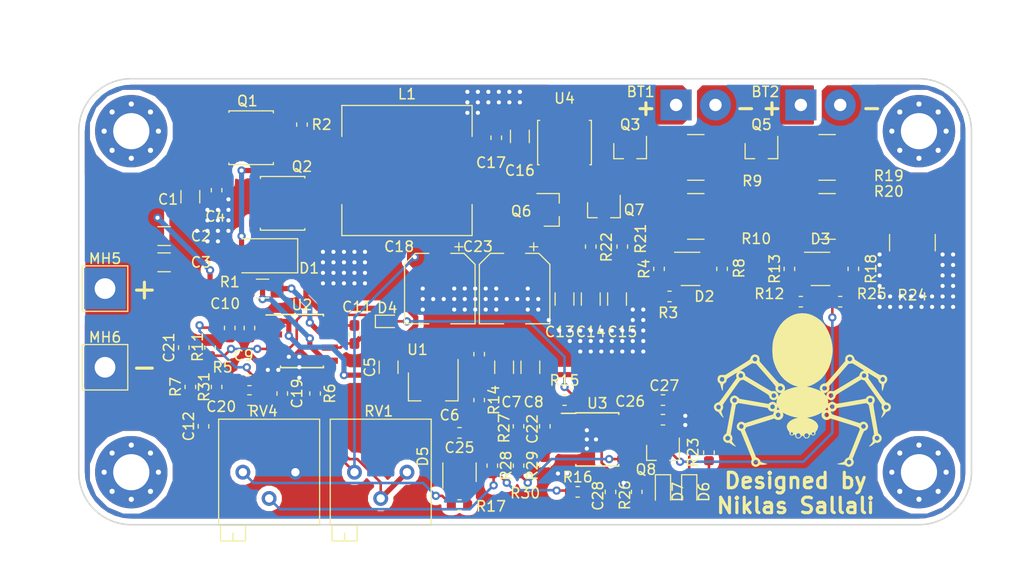
<source format=kicad_pcb>
(kicad_pcb (version 20171130) (host pcbnew "(5.0.0)")
  (layers (0 F.Cu signal) (31 B.Cu signal) (34 B.Paste user) (35 F.Paste user) (36 B.SilkS user) (37 F.SilkS user) (38 B.Mask user) (39 F.Mask user) (44 Edge.Cuts user))
  (net 0 "")
  (net 1 "Net-(Q5-Pad3)")
  (net 2 I_FB)
  (net 3 "Net-(BT1-Pad2)")
  (net 4 "Net-(Q3-Pad3)")
  (net 5 GND)
  (net 6 "Net-(D1-Pad2)")
  (net 7 "Net-(D1-Pad1)")
  (net 8 +BATT)
  (net 9 "Net-(C12-Pad2)")
  (net 10 FB)
  (net 11 "Net-(C19-Pad1)")
  (net 12 "Net-(C20-Pad1)")
  (net 13 "Net-(D2-Pad3)")
  (net 14 "Net-(Q2-Pad4)")
  (net 15 "Net-(C22-Pad1)")
  (net 16 "Net-(D4-Pad2)")
  (net 17 5V)
  (net 18 "Net-(C25-Pad1)")
  (net 19 "Net-(C28-Pad1)")
  (net 20 "Net-(C22-Pad2)")
  (net 21 "Net-(R17-Pad2)")
  (net 22 "Net-(Q6-Pad2)")
  (net 23 "Net-(D6-Pad2)")
  (net 24 "Net-(R25-Pad1)")
  (net 25 "Net-(D3-Pad3)")
  (net 26 VCC)
  (net 27 "Net-(D2-Pad4)")
  (net 28 "Net-(D3-Pad4)")
  (net 29 VIN)
  (net 30 "Net-(D6-Pad1)")
  (net 31 "Net-(D7-Pad1)")
  (net 32 "Net-(C11-Pad2)")
  (net 33 "Net-(C11-Pad1)")
  (net 34 "Net-(R16-Pad1)")
  (net 35 "Net-(R31-Pad1)")
  (net 36 "Net-(R29-Pad2)")
  (net 37 "Net-(Q7-Pad3)")
  (module Capacitor_SMD:CP_Elec_6.3x7.7 (layer F.Cu) (at 197.104 121.92 270)
    (fp_text reference C23 (at -4.064 3.556) (layer F.SilkS))
    (fp_text value 220u)
    (pad 2 smd rect (at 2.7 0 270) (size 3.5 1.6) (layers F.Cu F.Paste F.Mask) (net 5 GND))
    (pad 1 smd rect (at -2.7 0 270) (size 3.5 1.6) (layers F.Cu F.Paste F.Mask) (net 26 VCC))
  )
  (module Capacitor_SMD:CP_Elec_6.3x7.7 (layer F.Cu) (at 189.865 121.92 270)
    (fp_text reference C18 (at -4.064 3.937) (layer F.SilkS))
    (fp_text value 220u)
    (pad 1 smd rect (at -2.7 0 270) (size 3.5 1.6) (layers F.Cu F.Paste F.Mask) (net 26 VCC))
    (pad 2 smd rect (at 2.7 0 270) (size 3.5 1.6) (layers F.Cu F.Paste F.Mask) (net 5 GND))
  )
  (module Package_SO:SOIC-8_3.9x4.9mm_P1.27mm (layer F.Cu) (at 205.105 136.525)
    (fp_text reference U3 (at 0 -3.5) (layer F.SilkS))
    (fp_text value LM358)
    (pad 8 smd rect (at 2.7 -1.905) (size 1.55 0.6) (layers F.Cu F.Paste F.Mask) (net 17 5V))
    (pad 7 smd rect (at 2.7 -0.635) (size 1.55 0.6) (layers F.Cu F.Paste F.Mask) (net 30 "Net-(D6-Pad1)"))
    (pad 6 smd rect (at 2.7 0.635) (size 1.55 0.6) (layers F.Cu F.Paste F.Mask) (net 19 "Net-(C28-Pad1)"))
    (pad 5 smd rect (at 2.7 1.905) (size 1.55 0.6) (layers F.Cu F.Paste F.Mask) (net 24 "Net-(R25-Pad1)"))
    (pad 4 smd rect (at -2.7 1.905) (size 1.55 0.6) (layers F.Cu F.Paste F.Mask) (net 5 GND))
    (pad 3 smd rect (at -2.7 0.635) (size 1.55 0.6) (layers F.Cu F.Paste F.Mask) (net 36 "Net-(R29-Pad2)"))
    (pad 2 smd rect (at -2.7 -0.635) (size 1.55 0.6) (layers F.Cu F.Paste F.Mask) (net 20 "Net-(C22-Pad2)"))
    (pad 1 smd rect (at -2.7 -1.905) (size 1.55 0.6) (layers F.Cu F.Paste F.Mask) (net 15 "Net-(C22-Pad1)"))
  )
  (module nik_things:nik_logo_19x16 (layer F.Cu) (at 225.044 132.08)
    (fp_text reference MH7 hide)
    (fp_text value MountingHole hide)
  )
  (module Diode_SMD:D_SMA (layer F.Cu) (at 172.72 118.745 180)
    (fp_text reference D1 (at -4.5085 -1.2065 180) (layer F.SilkS))
    (fp_text value 1n5819)
    (pad 1 smd rect (at -2 0 180) (size 2.5 1.8) (layers F.Cu F.Paste F.Mask) (net 7 "Net-(D1-Pad1)"))
    (pad 2 smd rect (at 2 0 180) (size 2.5 1.8) (layers F.Cu F.Paste F.Mask) (net 6 "Net-(D1-Pad2)"))
  )
  (module Connector_Wire:SolderWirePad_1x02_P3.81mm_Drill1.2mm (layer F.Cu) (at 212.725 104.14)
    (fp_text reference BT1 (at -3.429 -1.27) (layer F.SilkS))
    (fp_text value Battery_Cell)
    (pad 2 thru_hole circle (at 3.81 0) (size 2.99974 2.99974) (drill 1.19888) (layers *.Cu *.Mask) (net 3 "Net-(BT1-Pad2)"))
    (pad 1 thru_hole rect (at 0 0) (size 2.99974 2.99974) (drill 1.19888) (layers *.Cu *.Mask) (net 8 +BATT))
  )
  (module Connector_Wire:SolderWirePad_1x02_P3.81mm_Drill1.2mm (layer F.Cu) (at 224.79 104.14)
    (fp_text reference BT2 (at -3.429 -1.27) (layer F.SilkS))
    (fp_text value Battery_Cell)
    (pad 1 thru_hole rect (at 0 0) (size 2.99974 2.99974) (drill 1.19888) (layers *.Cu *.Mask) (net 3 "Net-(BT1-Pad2)"))
    (pad 2 thru_hole circle (at 3.81 0) (size 2.99974 2.99974) (drill 1.19888) (layers *.Cu *.Mask) (net 2 I_FB))
  )
  (module TestPoint:TestPoint_THTPad_4.0x4.0mm_Drill2.0mm (layer F.Cu) (at 157.48 121.92)
    (fp_text reference MH5 (at 0 -2.898) (layer F.SilkS))
    (fp_text value MountingHole)
    (pad 1 thru_hole rect (at 0 0) (size 4 4) (drill 2) (layers *.Cu *.Mask) (net 29 VIN))
  )
  (module TestPoint:TestPoint_THTPad_4.0x4.0mm_Drill2.0mm (layer F.Cu) (at 157.48 129.54)
    (fp_text reference MH6 (at 0 -2.898) (layer F.SilkS))
    (fp_text value MountingHole)
    (pad 1 thru_hole rect (at 0 0) (size 4 4) (drill 2) (layers *.Cu *.Mask) (net 5 GND))
  )
  (module Package_TO_SOT_SMD:LFPAK56 (layer F.Cu) (at 201.93 107.95 270)
    (fp_text reference U4 (at -4.445 0) (layer F.SilkS))
    (fp_text value P_MOS_LFPAK56)
    (pad 2 smd rect (at -2.835 -0.64 180) (size 0.7 1.15) (layers F.Cu F.Paste F.Mask) (net 8 +BATT))
    (pad 1 smd rect (at -2.835 -1.91 180) (size 0.7 1.15) (layers F.Cu F.Paste F.Mask) (net 8 +BATT))
    (pad 3 smd rect (at -2.835 0.64 180) (size 0.7 1.15) (layers F.Cu F.Paste F.Mask) (net 8 +BATT))
    (pad 5 smd rect (at 2.635 0 180) (size 4.7 1.55) (layers F.Cu F.Mask) (net 26 VCC))
    (pad 5 smd rect (at 0.435 0 180) (size 4.2 3.3) (layers F.Cu F.Mask) (net 26 VCC))
    (pad 4 smd rect (at -2.835 1.91 180) (size 0.7 1.15) (layers F.Cu F.Paste F.Mask) (net 37 "Net-(Q7-Pad3)"))
  )
  (module Resistor_SMD:R_0603_1608Metric (layer F.Cu) (at 200.025 139.065 90)
    (fp_text reference R29 (at 0 -1.2065 90) (layer F.SilkS))
    (fp_text value 2.2k)
    (pad 1 smd roundrect (at -0.7875 0 90) (size 0.875 0.95) (layers F.Cu F.Paste F.Mask) (net 5 GND))
    (pad 2 smd roundrect (at 0.7875 0 90) (size 0.875 0.95) (layers F.Cu F.Paste F.Mask) (net 36 "Net-(R29-Pad2)"))
  )
  (module Resistor_SMD:R_0603_1608Metric (layer F.Cu) (at 197.485 135.255 270)
    (fp_text reference R27 (at 0.1905 1.397 270) (layer F.SilkS))
    (fp_text value 2.2k)
    (pad 2 smd roundrect (at 0.7875 0 270) (size 0.875 0.95) (layers F.Cu F.Paste F.Mask) (net 20 "Net-(C22-Pad2)"))
    (pad 1 smd roundrect (at -0.7875 0 270) (size 0.875 0.95) (layers F.Cu F.Paste F.Mask) (net 15 "Net-(C22-Pad1)"))
  )
  (module Resistor_SMD:R_0603_1608Metric (layer F.Cu) (at 194.945 139.065 270)
    (fp_text reference R28 (at 0 -1.3335 270) (layer F.SilkS))
    (fp_text value 100k)
    (pad 1 smd roundrect (at -0.7875 0 270) (size 0.875 0.95) (layers F.Cu F.Paste F.Mask) (net 20 "Net-(C22-Pad2)"))
    (pad 2 smd roundrect (at 0.7875 0 270) (size 0.875 0.95) (layers F.Cu F.Paste F.Mask) (net 34 "Net-(R16-Pad1)"))
  )
  (module Resistor_SMD:R_0603_1608Metric (layer F.Cu) (at 197.485 139.065 90)
    (fp_text reference R30 (at -2.667 0.635 180) (layer F.SilkS))
    (fp_text value 100k)
    (pad 2 smd roundrect (at 0.7875 0 90) (size 0.875 0.95) (layers F.Cu F.Paste F.Mask) (net 36 "Net-(R29-Pad2)"))
    (pad 1 smd roundrect (at -0.7875 0 90) (size 0.875 0.95) (layers F.Cu F.Paste F.Mask) (net 24 "Net-(R25-Pad1)"))
  )
  (module Resistor_SMD:R_0603_1608Metric (layer F.Cu) (at 168.275 131.445 90)
    (fp_text reference R31 (at 0 -1.2065 90) (layer F.SilkS))
    (fp_text value 10k)
    (pad 1 smd roundrect (at -0.7875 0 90) (size 0.875 0.95) (layers F.Cu F.Paste F.Mask) (net 35 "Net-(R31-Pad1)"))
    (pad 2 smd roundrect (at 0.7875 0 90) (size 0.875 0.95) (layers F.Cu F.Paste F.Mask) (net 10 FB))
  )
  (module Resistor_SMD:R_1206_3216Metric (layer F.Cu) (at 172.72 121.92)
    (fp_text reference R1 (at -3.175 -0.635) (layer F.SilkS))
    (fp_text value 15R)
    (pad 1 smd roundrect (at -1.4 0) (size 1.25 1.75) (layers F.Cu F.Paste F.Mask) (roundrect_rratio 0.2) (net 6 "Net-(D1-Pad2)"))
    (pad 2 smd roundrect (at 1.4 0) (size 1.25 1.75) (layers F.Cu F.Paste F.Mask) (roundrect_rratio 0.2) (net 7 "Net-(D1-Pad1)"))
  )
  (module MountingHole:MountingHole_3.5mm_Pad_Via (layer F.Cu) (at 160.02 139.7)
    (fp_text reference MH1 hide)
    (fp_text value MountingHole)
    (pad 1 thru_hole circle (at 1.856155 -1.856155) (size 0.8 0.8) (drill 0.5) (layers *.Cu *.Mask))
    (pad 1 thru_hole circle (at 0 -2.625) (size 0.8 0.8) (drill 0.5) (layers *.Cu *.Mask))
    (pad 1 thru_hole circle (at -1.856155 -1.856155) (size 0.8 0.8) (drill 0.5) (layers *.Cu *.Mask))
    (pad 1 thru_hole circle (at -2.625 0) (size 0.8 0.8) (drill 0.5) (layers *.Cu *.Mask))
    (pad 1 thru_hole circle (at -1.856155 1.856155) (size 0.8 0.8) (drill 0.5) (layers *.Cu *.Mask))
    (pad 1 thru_hole circle (at 0 2.625) (size 0.8 0.8) (drill 0.5) (layers *.Cu *.Mask))
    (pad 1 thru_hole circle (at 1.856155 1.856155) (size 0.8 0.8) (drill 0.5) (layers *.Cu *.Mask))
    (pad 1 thru_hole circle (at 2.625 0) (size 0.8 0.8) (drill 0.5) (layers *.Cu *.Mask))
    (pad 1 thru_hole circle (at 0 0) (size 7 7) (drill 3.5) (layers *.Cu *.Mask))
  )
  (module MountingHole:MountingHole_3.5mm_Pad_Via (layer F.Cu) (at 160.02 106.68)
    (fp_text reference MH2 hide)
    (fp_text value MountingHole)
    (pad 1 thru_hole circle (at 0 0) (size 7 7) (drill 3.5) (layers *.Cu *.Mask))
    (pad 1 thru_hole circle (at 2.625 0) (size 0.8 0.8) (drill 0.5) (layers *.Cu *.Mask))
    (pad 1 thru_hole circle (at 1.856155 1.856155) (size 0.8 0.8) (drill 0.5) (layers *.Cu *.Mask))
    (pad 1 thru_hole circle (at 0 2.625) (size 0.8 0.8) (drill 0.5) (layers *.Cu *.Mask))
    (pad 1 thru_hole circle (at -1.856155 1.856155) (size 0.8 0.8) (drill 0.5) (layers *.Cu *.Mask))
    (pad 1 thru_hole circle (at -2.625 0) (size 0.8 0.8) (drill 0.5) (layers *.Cu *.Mask))
    (pad 1 thru_hole circle (at -1.856155 -1.856155) (size 0.8 0.8) (drill 0.5) (layers *.Cu *.Mask))
    (pad 1 thru_hole circle (at 0 -2.625) (size 0.8 0.8) (drill 0.5) (layers *.Cu *.Mask))
    (pad 1 thru_hole circle (at 1.856155 -1.856155) (size 0.8 0.8) (drill 0.5) (layers *.Cu *.Mask))
  )
  (module MountingHole:MountingHole_3.5mm_Pad_Via (layer F.Cu) (at 236.22 139.7)
    (fp_text reference MH4 hide)
    (fp_text value MountingHole)
    (pad 1 thru_hole circle (at 1.856155 -1.856155) (size 0.8 0.8) (drill 0.5) (layers *.Cu *.Mask))
    (pad 1 thru_hole circle (at 0 -2.625) (size 0.8 0.8) (drill 0.5) (layers *.Cu *.Mask))
    (pad 1 thru_hole circle (at -1.856155 -1.856155) (size 0.8 0.8) (drill 0.5) (layers *.Cu *.Mask))
    (pad 1 thru_hole circle (at -2.625 0) (size 0.8 0.8) (drill 0.5) (layers *.Cu *.Mask))
    (pad 1 thru_hole circle (at -1.856155 1.856155) (size 0.8 0.8) (drill 0.5) (layers *.Cu *.Mask))
    (pad 1 thru_hole circle (at 0 2.625) (size 0.8 0.8) (drill 0.5) (layers *.Cu *.Mask))
    (pad 1 thru_hole circle (at 1.856155 1.856155) (size 0.8 0.8) (drill 0.5) (layers *.Cu *.Mask))
    (pad 1 thru_hole circle (at 2.625 0) (size 0.8 0.8) (drill 0.5) (layers *.Cu *.Mask))
    (pad 1 thru_hole circle (at 0 0) (size 7 7) (drill 3.5) (layers *.Cu *.Mask))
  )
  (module MountingHole:MountingHole_3.5mm_Pad_Via (layer F.Cu) (at 236.22 106.68)
    (fp_text reference MH3 hide)
    (fp_text value MountingHole)
    (pad 1 thru_hole circle (at 0 0) (size 7 7) (drill 3.5) (layers *.Cu *.Mask))
    (pad 1 thru_hole circle (at 2.625 0) (size 0.8 0.8) (drill 0.5) (layers *.Cu *.Mask))
    (pad 1 thru_hole circle (at 1.856155 1.856155) (size 0.8 0.8) (drill 0.5) (layers *.Cu *.Mask))
    (pad 1 thru_hole circle (at 0 2.625) (size 0.8 0.8) (drill 0.5) (layers *.Cu *.Mask))
    (pad 1 thru_hole circle (at -1.856155 1.856155) (size 0.8 0.8) (drill 0.5) (layers *.Cu *.Mask))
    (pad 1 thru_hole circle (at -2.625 0) (size 0.8 0.8) (drill 0.5) (layers *.Cu *.Mask))
    (pad 1 thru_hole circle (at -1.856155 -1.856155) (size 0.8 0.8) (drill 0.5) (layers *.Cu *.Mask))
    (pad 1 thru_hole circle (at 0 -2.625) (size 0.8 0.8) (drill 0.5) (layers *.Cu *.Mask))
    (pad 1 thru_hole circle (at 1.856155 -1.856155) (size 0.8 0.8) (drill 0.5) (layers *.Cu *.Mask))
  )
  (module Capacitor_SMD:C_0603_1608Metric_Pad1.05x0.95mm_HandSolder (layer F.Cu) (at 191.77 135.89 180)
    (fp_text reference C25 (at 0 -1.43 180) (layer F.SilkS))
    (fp_text value 0.1u)
    (pad 2 smd roundrect (at 0.875 0 180) (size 1.05 0.95) (layers F.Cu F.Paste F.Mask) (net 5 GND))
    (pad 1 smd roundrect (at -0.875 0 180) (size 1.05 0.95) (layers F.Cu F.Paste F.Mask) (net 18 "Net-(C25-Pad1)"))
  )
  (module Capacitor_SMD:C_0603_1608Metric_Pad1.05x0.95mm_HandSolder (layer F.Cu) (at 200.025 135.255 270)
    (fp_text reference C22 (at 0.254 1.2065 270) (layer F.SilkS))
    (fp_text value 100p)
    (pad 1 smd roundrect (at -0.875 0 270) (size 1.05 0.95) (layers F.Cu F.Paste F.Mask) (net 15 "Net-(C22-Pad1)"))
    (pad 2 smd roundrect (at 0.875 0 270) (size 1.05 0.95) (layers F.Cu F.Paste F.Mask) (net 20 "Net-(C22-Pad2)"))
  )
  (module Capacitor_SMD:C_0603_1608Metric_Pad1.05x0.95mm_HandSolder (layer F.Cu) (at 165.1 127.635 90)
    (fp_text reference C21 (at 0 -1.43 90) (layer F.SilkS))
    (fp_text value 0.1u)
    (pad 2 smd roundrect (at 0.875 0 90) (size 1.05 0.95) (layers F.Cu F.Paste F.Mask) (net 5 GND))
    (pad 1 smd roundrect (at -0.875 0 90) (size 1.05 0.95) (layers F.Cu F.Paste F.Mask) (net 10 FB))
  )
  (module Capacitor_SMD:C_0603_1608Metric_Pad1.05x0.95mm_HandSolder (layer F.Cu) (at 171.45 132.715)
    (fp_text reference C20 (at -2.7305 0.635) (layer F.SilkS))
    (fp_text value 10n)
    (pad 1 smd roundrect (at -0.875 0) (size 1.05 0.95) (layers F.Cu F.Paste F.Mask) (net 12 "Net-(C20-Pad1)"))
    (pad 2 smd roundrect (at 0.875 0) (size 1.05 0.95) (layers F.Cu F.Paste F.Mask) (net 5 GND))
  )
  (module Capacitor_SMD:C_0603_1608Metric_Pad1.05x0.95mm_HandSolder (layer F.Cu) (at 174.625 132.08 270)
    (fp_text reference C19 (at 0 -1.43 270) (layer F.SilkS))
    (fp_text value 33p)
    (pad 2 smd roundrect (at 0.875 0 270) (size 1.05 0.95) (layers F.Cu F.Paste F.Mask) (net 5 GND))
    (pad 1 smd roundrect (at -0.875 0 270) (size 1.05 0.95) (layers F.Cu F.Paste F.Mask) (net 11 "Net-(C19-Pad1)"))
  )
  (module Capacitor_SMD:C_0603_1608Metric_Pad1.05x0.95mm_HandSolder (layer F.Cu) (at 195.326 107.315 90)
    (fp_text reference C17 (at -2.413 -0.508 180) (layer F.SilkS))
    (fp_text value 1u)
    (pad 2 smd roundrect (at 0.875 0 90) (size 1.05 0.95) (layers F.Cu F.Paste F.Mask) (net 5 GND))
    (pad 1 smd roundrect (at -0.875 0 90) (size 1.05 0.95) (layers F.Cu F.Paste F.Mask) (net 26 VCC))
  )
  (module Capacitor_SMD:C_0603_1608Metric_Pad1.05x0.95mm_HandSolder (layer F.Cu) (at 211.455 134.62)
    (fp_text reference C26 (at -3.175 -1.778) (layer F.SilkS))
    (fp_text value 1u)
    (pad 1 smd roundrect (at -0.875 0) (size 1.05 0.95) (layers F.Cu F.Paste F.Mask) (net 17 5V))
    (pad 2 smd roundrect (at 0.875 0) (size 1.05 0.95) (layers F.Cu F.Paste F.Mask) (net 5 GND))
  )
  (module Capacitor_SMD:C_0603_1608Metric_Pad1.05x0.95mm_HandSolder (layer F.Cu) (at 181.61 126.365 270)
    (fp_text reference C11 (at -2.667 -0.254) (layer F.SilkS))
    (fp_text value 0.1u)
    (pad 2 smd roundrect (at 0.875 0 270) (size 1.05 0.95) (layers F.Cu F.Paste F.Mask) (net 32 "Net-(C11-Pad2)"))
    (pad 1 smd roundrect (at -0.875 0 270) (size 1.05 0.95) (layers F.Cu F.Paste F.Mask) (net 33 "Net-(C11-Pad1)"))
  )
  (module Capacitor_SMD:C_0603_1608Metric_Pad1.05x0.95mm_HandSolder (layer F.Cu) (at 169.545 125.73 270)
    (fp_text reference C10 (at -2.3495 0.4445) (layer F.SilkS))
    (fp_text value 0.1u)
    (pad 1 smd roundrect (at -0.875 0 270) (size 1.05 0.95) (layers F.Cu F.Paste F.Mask) (net 29 VIN))
    (pad 2 smd roundrect (at 0.875 0 270) (size 1.05 0.95) (layers F.Cu F.Paste F.Mask) (net 5 GND))
  )
  (module Capacitor_SMD:C_0603_1608Metric_Pad1.05x0.95mm_HandSolder (layer F.Cu) (at 171.45 125.73 270)
    (fp_text reference C9 (at 2.667 0.5715) (layer F.SilkS))
    (fp_text value 1u)
    (pad 2 smd roundrect (at 0.875 0 270) (size 1.05 0.95) (layers F.Cu F.Paste F.Mask) (net 5 GND))
    (pad 1 smd roundrect (at -0.875 0 270) (size 1.05 0.95) (layers F.Cu F.Paste F.Mask) (net 29 VIN))
  )
  (module Capacitor_SMD:C_0603_1608Metric_Pad1.05x0.95mm_HandSolder (layer F.Cu) (at 193.675 128.27 90)
    (fp_text reference C6 (at -5.9055 -2.8575 180) (layer F.SilkS))
    (fp_text value 1u)
    (pad 1 smd roundrect (at -0.875 0 90) (size 1.05 0.95) (layers F.Cu F.Paste F.Mask) (net 17 5V))
    (pad 2 smd roundrect (at 0.875 0 90) (size 1.05 0.95) (layers F.Cu F.Paste F.Mask) (net 5 GND))
  )
  (module Capacitor_SMD:C_0603_1608Metric_Pad1.05x0.95mm_HandSolder (layer F.Cu) (at 168.275 112.395 270)
    (fp_text reference C4 (at 2.54 0.127) (layer F.SilkS))
    (fp_text value 1u)
    (pad 2 smd roundrect (at 0.875 0 270) (size 1.05 0.95) (layers F.Cu F.Paste F.Mask) (net 5 GND))
    (pad 1 smd roundrect (at -0.875 0 270) (size 1.05 0.95) (layers F.Cu F.Paste F.Mask) (net 29 VIN))
  )
  (module Capacitor_SMD:C_0603_1608Metric_Pad1.05x0.95mm_HandSolder (layer F.Cu) (at 211.455 132.715)
    (fp_text reference C27 (at 0.127 -1.397) (layer F.SilkS))
    (fp_text value 0.1u)
    (pad 1 smd roundrect (at -0.875 0) (size 1.05 0.95) (layers F.Cu F.Paste F.Mask) (net 17 5V))
    (pad 2 smd roundrect (at 0.875 0) (size 1.05 0.95) (layers F.Cu F.Paste F.Mask) (net 5 GND))
  )
  (module Capacitor_SMD:C_0603_1608Metric_Pad1.05x0.95mm_HandSolder (layer F.Cu) (at 206.375 141.605 90)
    (fp_text reference C28 (at -0.381 -1.2065 90) (layer F.SilkS))
    (fp_text value 0.1u)
    (pad 2 smd roundrect (at 0.875 0 90) (size 1.05 0.95) (layers F.Cu F.Paste F.Mask) (net 5 GND))
    (pad 1 smd roundrect (at -0.875 0 90) (size 1.05 0.95) (layers F.Cu F.Paste F.Mask) (net 19 "Net-(C28-Pad1)"))
  )
  (module Capacitor_SMD:C_0603_1608Metric_Pad1.05x0.95mm_HandSolder (layer F.Cu) (at 167.005 135.255 90)
    (fp_text reference C12 (at 0 -1.43 90) (layer F.SilkS))
    (fp_text value 6.8n)
    (pad 1 smd roundrect (at -0.875 0 90) (size 1.05 0.95) (layers F.Cu F.Paste F.Mask) (net 26 VCC))
    (pad 2 smd roundrect (at 0.875 0 90) (size 1.05 0.95) (layers F.Cu F.Paste F.Mask) (net 9 "Net-(C12-Pad2)"))
  )
  (module Capacitor_SMD:C_1206_3216Metric_Pad1.42x1.75mm_HandSolder (layer F.Cu) (at 197.612 107.188 90)
    (fp_text reference C16 (at -3.302 0 -180) (layer F.SilkS))
    (fp_text value 10u)
    (pad 2 smd roundrect (at 1.4875 0 90) (size 1.425 1.75) (layers F.Cu F.Paste F.Mask) (roundrect_rratio 0.175439) (net 5 GND))
    (pad 1 smd roundrect (at -1.4875 0 90) (size 1.425 1.75) (layers F.Cu F.Paste F.Mask) (roundrect_rratio 0.175439) (net 26 VCC))
  )
  (module Capacitor_SMD:C_1206_3216Metric_Pad1.42x1.75mm_HandSolder (layer F.Cu) (at 198.628 129.54 90)
    (fp_text reference C8 (at -3.3655 0.3175 180) (layer F.SilkS))
    (fp_text value 10u)
    (pad 1 smd roundrect (at -1.4875 0 90) (size 1.425 1.75) (layers F.Cu F.Paste F.Mask) (roundrect_rratio 0.175439) (net 17 5V))
    (pad 2 smd roundrect (at 1.4875 0 90) (size 1.425 1.75) (layers F.Cu F.Paste F.Mask) (roundrect_rratio 0.175439) (net 5 GND))
  )
  (module Capacitor_SMD:C_1206_3216Metric_Pad1.42x1.75mm_HandSolder (layer F.Cu) (at 201.93 122.936 270)
    (fp_text reference C13 (at 3.175 0.4445) (layer F.SilkS))
    (fp_text value 10u)
    (pad 2 smd roundrect (at 1.4875 0 270) (size 1.425 1.75) (layers F.Cu F.Paste F.Mask) (roundrect_rratio 0.175439) (net 5 GND))
    (pad 1 smd roundrect (at -1.4875 0 270) (size 1.425 1.75) (layers F.Cu F.Paste F.Mask) (roundrect_rratio 0.175439) (net 26 VCC))
  )
  (module Capacitor_SMD:C_1206_3216Metric_Pad1.42x1.75mm_HandSolder (layer F.Cu) (at 204.47 122.936 270)
    (fp_text reference C14 (at 3.175 0) (layer F.SilkS))
    (fp_text value 10u)
    (pad 1 smd roundrect (at -1.4875 0 270) (size 1.425 1.75) (layers F.Cu F.Paste F.Mask) (roundrect_rratio 0.175439) (net 26 VCC))
    (pad 2 smd roundrect (at 1.4875 0 270) (size 1.425 1.75) (layers F.Cu F.Paste F.Mask) (roundrect_rratio 0.175439) (net 5 GND))
  )
  (module Capacitor_SMD:C_1206_3216Metric_Pad1.42x1.75mm_HandSolder (layer F.Cu) (at 207.01 122.936 270)
    (fp_text reference C15 (at 3.175 -0.508) (layer F.SilkS))
    (fp_text value 10u)
    (pad 2 smd roundrect (at 1.4875 0 270) (size 1.425 1.75) (layers F.Cu F.Paste F.Mask) (roundrect_rratio 0.175439) (net 5 GND))
    (pad 1 smd roundrect (at -1.4875 0 270) (size 1.425 1.75) (layers F.Cu F.Paste F.Mask) (roundrect_rratio 0.175439) (net 26 VCC))
  )
  (module Capacitor_SMD:C_1206_3216Metric_Pad1.42x1.75mm_HandSolder (layer F.Cu) (at 184.912 129.54 90)
    (fp_text reference C5 (at 0 -1.82 90) (layer F.SilkS))
    (fp_text value 10u)
    (pad 1 smd roundrect (at -1.4875 0 90) (size 1.425 1.75) (layers F.Cu F.Paste F.Mask) (roundrect_rratio 0.175439) (net 29 VIN))
    (pad 2 smd roundrect (at 1.4875 0 90) (size 1.425 1.75) (layers F.Cu F.Paste F.Mask) (roundrect_rratio 0.175439) (net 5 GND))
  )
  (module Capacitor_SMD:C_1206_3216Metric_Pad1.42x1.75mm_HandSolder (layer F.Cu) (at 163.195 119.38)
    (fp_text reference C3 (at 3.556 0) (layer F.SilkS))
    (fp_text value 10u)
    (pad 2 smd roundrect (at 1.4875 0) (size 1.425 1.75) (layers F.Cu F.Paste F.Mask) (roundrect_rratio 0.175439) (net 5 GND))
    (pad 1 smd roundrect (at -1.4875 0) (size 1.425 1.75) (layers F.Cu F.Paste F.Mask) (roundrect_rratio 0.175439) (net 29 VIN))
  )
  (module Capacitor_SMD:C_1206_3216Metric_Pad1.42x1.75mm_HandSolder (layer F.Cu) (at 163.195 116.84)
    (fp_text reference C2 (at 3.556 0) (layer F.SilkS))
    (fp_text value 10u)
    (pad 1 smd roundrect (at -1.4875 0) (size 1.425 1.75) (layers F.Cu F.Paste F.Mask) (roundrect_rratio 0.175439) (net 29 VIN))
    (pad 2 smd roundrect (at 1.4875 0) (size 1.425 1.75) (layers F.Cu F.Paste F.Mask) (roundrect_rratio 0.175439) (net 5 GND))
  )
  (module Capacitor_SMD:C_1206_3216Metric_Pad1.42x1.75mm_HandSolder (layer F.Cu) (at 165.735 113.03 270)
    (fp_text reference C1 (at 0.254 2.159) (layer F.SilkS))
    (fp_text value 10u)
    (pad 2 smd roundrect (at 1.4875 0 270) (size 1.425 1.75) (layers F.Cu F.Paste F.Mask) (roundrect_rratio 0.175439) (net 5 GND))
    (pad 1 smd roundrect (at -1.4875 0 270) (size 1.425 1.75) (layers F.Cu F.Paste F.Mask) (roundrect_rratio 0.175439) (net 29 VIN))
  )
  (module Capacitor_SMD:C_1206_3216Metric_Pad1.42x1.75mm_HandSolder (layer F.Cu) (at 196.088 129.54 90)
    (fp_text reference C7 (at -3.3655 0.6985 180) (layer F.SilkS))
    (fp_text value 10u)
    (pad 1 smd roundrect (at -1.4875 0 90) (size 1.425 1.75) (layers F.Cu F.Paste F.Mask) (roundrect_rratio 0.175439) (net 17 5V))
    (pad 2 smd roundrect (at 1.4875 0 90) (size 1.425 1.75) (layers F.Cu F.Paste F.Mask) (roundrect_rratio 0.175439) (net 5 GND))
  )
  (module Diode_SMD:D_SOD-523 (layer F.Cu) (at 184.785 125.095)
    (fp_text reference D4 (at 0 -1.3) (layer F.SilkS))
    (fp_text value 1N4148WT)
    (pad 2 smd rect (at 0.7 0 180) (size 0.6 0.7) (layers F.Cu F.Paste F.Mask) (net 16 "Net-(D4-Pad2)"))
    (pad 1 smd rect (at -0.7 0 180) (size 0.6 0.7) (layers F.Cu F.Paste F.Mask) (net 10 FB))
  )
  (module Inductor_SMD:L_12x12mm_H8mm (layer F.Cu) (at 186.69 110.49)
    (fp_text reference L1 (at 0 -7.4) (layer F.SilkS))
    (fp_text value 3.3uH)
    (pad 1 smd rect (at -4.95 0) (size 2.9 5.4) (layers F.Cu F.Paste F.Mask) (net 32 "Net-(C11-Pad2)"))
    (pad 2 smd rect (at 4.95 0) (size 2.9 5.4) (layers F.Cu F.Paste F.Mask) (net 26 VCC))
  )
  (module LED_SMD:LED_0603_1608Metric_Pad1.05x0.95mm_HandSolder (layer F.Cu) (at 213.995 141.605 270)
    (fp_text reference D6 (at 0 -1.43 270) (layer F.SilkS))
    (fp_text value LED)
    (pad 2 smd roundrect (at 0.875 0 270) (size 1.05 0.95) (layers F.Cu F.Paste F.Mask) (net 23 "Net-(D6-Pad2)"))
    (pad 1 smd roundrect (at -0.875 0 270) (size 1.05 0.95) (layers F.Cu F.Paste F.Mask) (net 30 "Net-(D6-Pad1)"))
  )
  (module LED_SMD:LED_0603_1608Metric_Pad1.05x0.95mm_HandSolder (layer F.Cu) (at 211.455 141.605 270)
    (fp_text reference D7 (at 0 -1.43 270) (layer F.SilkS))
    (fp_text value LED)
    (pad 1 smd roundrect (at -0.875 0 270) (size 1.05 0.95) (layers F.Cu F.Paste F.Mask) (net 31 "Net-(D7-Pad1)"))
    (pad 2 smd roundrect (at 0.875 0 270) (size 1.05 0.95) (layers F.Cu F.Paste F.Mask) (net 23 "Net-(D6-Pad2)"))
  )
  (module Package_SO:SOIC-8_3.9x4.9mm_P1.27mm (layer F.Cu) (at 176.53 127)
    (fp_text reference U2 (at 0 -3.5) (layer F.SilkS))
    (fp_text value NCP3020)
    (pad 1 smd rect (at -2.7 -1.905) (size 1.55 0.6) (layers F.Cu F.Paste F.Mask) (net 29 VIN))
    (pad 2 smd rect (at -2.7 -0.635) (size 1.55 0.6) (layers F.Cu F.Paste F.Mask) (net 11 "Net-(C19-Pad1)"))
    (pad 3 smd rect (at -2.7 0.635) (size 1.55 0.6) (layers F.Cu F.Paste F.Mask) (net 10 FB))
    (pad 4 smd rect (at -2.7 1.905) (size 1.55 0.6) (layers F.Cu F.Paste F.Mask) (net 5 GND))
    (pad 5 smd rect (at 2.7 1.905) (size 1.55 0.6) (layers F.Cu F.Paste F.Mask) (net 14 "Net-(Q2-Pad4)"))
    (pad 6 smd rect (at 2.7 0.635) (size 1.55 0.6) (layers F.Cu F.Paste F.Mask) (net 32 "Net-(C11-Pad2)"))
    (pad 7 smd rect (at 2.7 -0.635) (size 1.55 0.6) (layers F.Cu F.Paste F.Mask) (net 7 "Net-(D1-Pad1)"))
    (pad 8 smd rect (at 2.7 -1.905) (size 1.55 0.6) (layers F.Cu F.Paste F.Mask) (net 33 "Net-(C11-Pad1)"))
  )
  (module Package_TO_SOT_SMD:LFPAK56 (layer F.Cu) (at 174.825 113.665)
    (fp_text reference Q2 (at 1.705 -3.556) (layer F.SilkS))
    (fp_text value PSMN8R3)
    (pad 4 smd rect (at -2.835 1.91 270) (size 0.7 1.15) (layers F.Cu F.Paste F.Mask) (net 14 "Net-(Q2-Pad4)"))
    (pad 5 smd rect (at 0.435 0 270) (size 4.2 3.3) (layers F.Cu F.Mask) (net 32 "Net-(C11-Pad2)"))
    (pad 5 smd rect (at 2.635 0 270) (size 4.7 1.55) (layers F.Cu F.Mask) (net 32 "Net-(C11-Pad2)"))
    (pad 3 smd rect (at -2.835 0.64 270) (size 0.7 1.15) (layers F.Cu F.Paste F.Mask) (net 5 GND))
    (pad 1 smd rect (at -2.835 -1.91 270) (size 0.7 1.15) (layers F.Cu F.Paste F.Mask) (net 5 GND))
    (pad 2 smd rect (at -2.835 -0.64 270) (size 0.7 1.15) (layers F.Cu F.Paste F.Mask) (net 5 GND))
  )
  (module Package_TO_SOT_SMD:LFPAK56 (layer F.Cu) (at 171.45 107.315 180)
    (fp_text reference Q1 (at 0.2 3.556 180) (layer F.SilkS))
    (fp_text value PSMN1R5)
    (pad 2 smd rect (at -2.835 -0.64 90) (size 0.7 1.15) (layers F.Cu F.Paste F.Mask) (net 32 "Net-(C11-Pad2)"))
    (pad 1 smd rect (at -2.835 -1.91 90) (size 0.7 1.15) (layers F.Cu F.Paste F.Mask) (net 32 "Net-(C11-Pad2)"))
    (pad 3 smd rect (at -2.835 0.64 90) (size 0.7 1.15) (layers F.Cu F.Paste F.Mask) (net 32 "Net-(C11-Pad2)"))
    (pad 5 smd rect (at 2.635 0 90) (size 4.7 1.55) (layers F.Cu F.Mask) (net 29 VIN))
    (pad 5 smd rect (at 0.435 0 90) (size 4.2 3.3) (layers F.Cu F.Mask) (net 29 VIN))
    (pad 4 smd rect (at -2.835 1.91 90) (size 0.7 1.15) (layers F.Cu F.Paste F.Mask) (net 6 "Net-(D1-Pad2)"))
  )
  (module Package_TO_SOT_SMD:SOT-23 (layer F.Cu) (at 211.455 137.795 270)
    (fp_text reference Q8 (at 1.651 1.651) (layer F.SilkS))
    (fp_text value 2N7002)
    (pad 1 smd rect (at -1 -0.95 270) (size 0.9 0.8) (layers F.Cu F.Paste F.Mask) (net 30 "Net-(D6-Pad1)"))
    (pad 2 smd rect (at -1 0.95 270) (size 0.9 0.8) (layers F.Cu F.Paste F.Mask) (net 5 GND))
    (pad 3 smd rect (at 1 0 270) (size 0.9 0.8) (layers F.Cu F.Paste F.Mask) (net 31 "Net-(D7-Pad1)"))
  )
  (module Package_TO_SOT_SMD:SOT-23 (layer F.Cu) (at 205.74 114.3 270)
    (fp_text reference Q7 (at 0 -2.921) (layer F.SilkS))
    (fp_text value 2N3906)
    (pad 3 smd rect (at 1 0 270) (size 0.9 0.8) (layers F.Cu F.Paste F.Mask) (net 37 "Net-(Q7-Pad3)"))
    (pad 2 smd rect (at -1 0.95 270) (size 0.9 0.8) (layers F.Cu F.Paste F.Mask) (net 22 "Net-(Q6-Pad2)"))
    (pad 1 smd rect (at -1 -0.95 270) (size 0.9 0.8) (layers F.Cu F.Paste F.Mask) (net 8 +BATT))
  )
  (module Package_TO_SOT_SMD:SOT-23 (layer F.Cu) (at 220.98 108.585 270)
    (fp_text reference Q5 (at -2.54 0) (layer F.SilkS))
    (fp_text value DMP3099L)
    (pad 1 smd rect (at -1 -0.95 270) (size 0.9 0.8) (layers F.Cu F.Paste F.Mask) (net 25 "Net-(D3-Pad3)"))
    (pad 2 smd rect (at -1 0.95 270) (size 0.9 0.8) (layers F.Cu F.Paste F.Mask) (net 3 "Net-(BT1-Pad2)"))
    (pad 3 smd rect (at 1 0 270) (size 0.9 0.8) (layers F.Cu F.Paste F.Mask) (net 1 "Net-(Q5-Pad3)"))
  )
  (module Package_TO_SOT_SMD:SOT-23 (layer F.Cu) (at 200.66 114.3)
    (fp_text reference Q6 (at -2.921 0.127) (layer F.SilkS))
    (fp_text value 2N3906)
    (pad 3 smd rect (at 1 0) (size 0.9 0.8) (layers F.Cu F.Paste F.Mask) (net 22 "Net-(Q6-Pad2)"))
    (pad 2 smd rect (at -1 0.95) (size 0.9 0.8) (layers F.Cu F.Paste F.Mask) (net 22 "Net-(Q6-Pad2)"))
    (pad 1 smd rect (at -1 -0.95) (size 0.9 0.8) (layers F.Cu F.Paste F.Mask) (net 26 VCC))
  )
  (module Package_TO_SOT_SMD:SOT-23 (layer F.Cu) (at 208.28 108.585 270)
    (fp_text reference Q3 (at -2.54 0) (layer F.SilkS))
    (fp_text value DMP3099L)
    (pad 1 smd rect (at -1 -0.95 270) (size 0.9 0.8) (layers F.Cu F.Paste F.Mask) (net 13 "Net-(D2-Pad3)"))
    (pad 2 smd rect (at -1 0.95 270) (size 0.9 0.8) (layers F.Cu F.Paste F.Mask) (net 8 +BATT))
    (pad 3 smd rect (at 1 0 270) (size 0.9 0.8) (layers F.Cu F.Paste F.Mask) (net 4 "Net-(Q3-Pad3)"))
  )
  (module Package_TO_SOT_SMD:SOT-23-5 (layer F.Cu) (at 191.77 139.7 90)
    (fp_text reference D5 (at 1.524 -3.556 270) (layer F.SilkS))
    (fp_text value TL431)
    (pad 1 smd rect (at -1.1 -0.95 90) (size 1.06 0.65) (layers F.Cu F.Paste F.Mask))
    (pad 2 smd rect (at -1.1 0 90) (size 1.06 0.65) (layers F.Cu F.Paste F.Mask))
    (pad 3 smd rect (at -1.1 0.95 90) (size 1.06 0.65) (layers F.Cu F.Paste F.Mask) (net 18 "Net-(C25-Pad1)"))
    (pad 4 smd rect (at 1.1 0.95 90) (size 1.06 0.65) (layers F.Cu F.Paste F.Mask) (net 18 "Net-(C25-Pad1)"))
    (pad 5 smd rect (at 1.1 -0.95 90) (size 1.06 0.65) (layers F.Cu F.Paste F.Mask) (net 5 GND))
  )
  (module Package_TO_SOT_SMD:SOT-23-5 (layer F.Cu) (at 226.695 120.015)
    (fp_text reference D3 (at 0 -2.9) (layer F.SilkS))
    (fp_text value TL431DBV)
    (pad 5 smd rect (at 1.1 -0.95) (size 1.06 0.65) (layers F.Cu F.Paste F.Mask) (net 2 I_FB))
    (pad 4 smd rect (at 1.1 0.95) (size 1.06 0.65) (layers F.Cu F.Paste F.Mask) (net 28 "Net-(D3-Pad4)"))
    (pad 3 smd rect (at -1.1 0.95) (size 1.06 0.65) (layers F.Cu F.Paste F.Mask) (net 25 "Net-(D3-Pad3)"))
    (pad 2 smd rect (at -1.1 0) (size 1.06 0.65) (layers F.Cu F.Paste F.Mask))
    (pad 1 smd rect (at -1.1 -0.95) (size 1.06 0.65) (layers F.Cu F.Paste F.Mask))
  )
  (module Package_TO_SOT_SMD:SOT-23-5 (layer F.Cu) (at 214.122 120.015)
    (fp_text reference D2 (at 1.3335 2.667) (layer F.SilkS))
    (fp_text value TL431DBV)
    (pad 1 smd rect (at -1.1 -0.95) (size 1.06 0.65) (layers F.Cu F.Paste F.Mask))
    (pad 2 smd rect (at -1.1 0) (size 1.06 0.65) (layers F.Cu F.Paste F.Mask))
    (pad 3 smd rect (at -1.1 0.95) (size 1.06 0.65) (layers F.Cu F.Paste F.Mask) (net 13 "Net-(D2-Pad3)"))
    (pad 4 smd rect (at 1.1 0.95) (size 1.06 0.65) (layers F.Cu F.Paste F.Mask) (net 27 "Net-(D2-Pad4)"))
    (pad 5 smd rect (at 1.1 -0.95) (size 1.06 0.65) (layers F.Cu F.Paste F.Mask) (net 3 "Net-(BT1-Pad2)"))
  )
  (module Package_TO_SOT_SMD:SOT-89-3 (layer F.Cu) (at 189.23 131.0132 270)
    (fp_text reference U1 (at -3.175 1.524) (layer F.SilkS))
    (fp_text value L78L05_SOT89)
    (pad 2 smd trapezoid (at 2.667 0 180) (size 1.6 0.85) (rect_delta 0 0.6) (layers F.Cu F.Paste F.Mask) (net 5 GND))
    (pad 1 smd rect (at -1.48 -1.5 180) (size 1 1.5) (layers F.Cu F.Paste F.Mask) (net 17 5V))
    (pad 2 smd rect (at -1.3335 0 180) (size 1 1.8) (layers F.Cu F.Paste F.Mask) (net 5 GND))
    (pad 3 smd rect (at -1.48 1.5 180) (size 1 1.5) (layers F.Cu F.Paste F.Mask) (net 29 VIN))
    (pad 2 smd rect (at 1.3335 0 180) (size 2.2 1.84) (layers F.Cu F.Paste F.Mask) (net 5 GND))
    (pad 2 smd trapezoid (at -0.0762 0) (size 1.5 1) (rect_delta 0 0.7) (layers F.Cu F.Paste F.Mask) (net 5 GND))
  )
  (module Potentiometer_THT:Potentiometer_Bourns_3296P_Horizontal (layer F.Cu) (at 181.61 139.7 90)
    (fp_text reference RV1 (at 5.9055 2.3495 180) (layer F.SilkS))
    (fp_text value TRIM)
    (pad 3 thru_hole circle (at 0 5.08 90) (size 1.44 1.44) (drill 0.8) (layers *.Cu *.Mask) (net 35 "Net-(R31-Pad1)"))
    (pad 2 thru_hole circle (at -2.54 2.54 90) (size 1.44 1.44) (drill 0.8) (layers *.Cu *.Mask) (net 35 "Net-(R31-Pad1)"))
    (pad 1 thru_hole circle (at 0 0 90) (size 1.44 1.44) (drill 0.8) (layers *.Cu *.Mask) (net 26 VCC))
  )
  (module Potentiometer_THT:Potentiometer_Bourns_3296P_Horizontal (layer F.Cu) (at 170.815 139.7 90)
    (fp_text reference RV4 (at 5.9055 1.9685 180) (layer F.SilkS))
    (fp_text value 10k)
    (pad 1 thru_hole circle (at 0 0 90) (size 1.44 1.44) (drill 0.8) (layers *.Cu *.Mask) (net 21 "Net-(R17-Pad2)"))
    (pad 2 thru_hole circle (at -2.54 2.54 90) (size 1.44 1.44) (drill 0.8) (layers *.Cu *.Mask) (net 34 "Net-(R16-Pad1)"))
    (pad 3 thru_hole circle (at 0 5.08 90) (size 1.44 1.44) (drill 0.8) (layers *.Cu *.Mask) (net 5 GND))
  )
  (module Resistor_SMD:R_0603_1608Metric (layer F.Cu) (at 223.685111 120.015 90)
    (fp_text reference R13 (at 0 -1.43 90) (layer F.SilkS))
    (fp_text value 1k)
    (pad 2 smd roundrect (at 0.7875 0 90) (size 0.875 0.95) (layers F.Cu F.Paste F.Mask) (net 25 "Net-(D3-Pad3)"))
    (pad 1 smd roundrect (at -0.7875 0 90) (size 0.875 0.95) (layers F.Cu F.Paste F.Mask) (net 3 "Net-(BT1-Pad2)"))
  )
  (module Resistor_SMD:R_0603_1608Metric (layer F.Cu) (at 208.915 141.605 90)
    (fp_text reference R26 (at -0.3175 -1.143 90) (layer F.SilkS))
    (fp_text value 100k)
    (pad 1 smd roundrect (at -0.7875 0 90) (size 0.875 0.95) (layers F.Cu F.Paste F.Mask) (net 19 "Net-(C28-Pad1)"))
    (pad 2 smd roundrect (at 0.7875 0 90) (size 0.875 0.95) (layers F.Cu F.Paste F.Mask) (net 5 GND))
  )
  (module Resistor_SMD:R_0603_1608Metric (layer F.Cu) (at 228.6 123.19)
    (fp_text reference R25 (at 3.048 -0.762) (layer F.SilkS))
    (fp_text value 10R)
    (pad 2 smd roundrect (at 0.7875 0) (size 0.875 0.95) (layers F.Cu F.Paste F.Mask) (net 2 I_FB))
    (pad 1 smd roundrect (at -0.7875 0) (size 0.875 0.95) (layers F.Cu F.Paste F.Mask) (net 24 "Net-(R25-Pad1)"))
  )
  (module Resistor_SMD:R_0603_1608Metric (layer F.Cu) (at 215.9 137.795 270)
    (fp_text reference R23 (at 0 1.524 270) (layer F.SilkS))
    (fp_text value 2.2k)
    (pad 1 smd roundrect (at -0.7875 0 270) (size 0.875 0.95) (layers F.Cu F.Paste F.Mask) (net 17 5V))
    (pad 2 smd roundrect (at 0.7875 0 270) (size 0.875 0.95) (layers F.Cu F.Paste F.Mask) (net 23 "Net-(D6-Pad2)"))
  )
  (module Resistor_SMD:R_0603_1608Metric (layer F.Cu) (at 204.47 117.856 270)
    (fp_text reference R22 (at 0.0635 -1.524 270) (layer F.SilkS))
    (fp_text value 1M)
    (pad 2 smd roundrect (at 0.7875 0 270) (size 0.875 0.95) (layers F.Cu F.Paste F.Mask) (net 5 GND))
    (pad 1 smd roundrect (at -0.7875 0 270) (size 0.875 0.95) (layers F.Cu F.Paste F.Mask) (net 37 "Net-(Q7-Pad3)"))
  )
  (module Resistor_SMD:R_0603_1608Metric (layer F.Cu) (at 207.518 117.856 270)
    (fp_text reference R21 (at -0.762 -1.778 270) (layer F.SilkS))
    (fp_text value 1M)
    (pad 1 smd roundrect (at -0.7875 0 270) (size 0.875 0.95) (layers F.Cu F.Paste F.Mask) (net 22 "Net-(Q6-Pad2)"))
    (pad 2 smd roundrect (at 0.7875 0 270) (size 0.875 0.95) (layers F.Cu F.Paste F.Mask) (net 5 GND))
  )
  (module Resistor_SMD:R_0603_1608Metric (layer F.Cu) (at 229.87 120.015 90)
    (fp_text reference R18 (at 0 1.7145 90) (layer F.SilkS))
    (fp_text value 330k)
    (pad 2 smd roundrect (at 0.7875 0 90) (size 0.875 0.95) (layers F.Cu F.Paste F.Mask) (net 2 I_FB))
    (pad 1 smd roundrect (at -0.7875 0 90) (size 0.875 0.95) (layers F.Cu F.Paste F.Mask) (net 28 "Net-(D3-Pad4)"))
  )
  (module Resistor_SMD:R_0603_1608Metric (layer F.Cu) (at 191.77 142.875 180)
    (fp_text reference R17 (at -3.048 -0.127 180) (layer F.SilkS))
    (fp_text value 220k)
    (pad 1 smd roundrect (at -0.7875 0 180) (size 0.875 0.95) (layers F.Cu F.Paste F.Mask) (net 18 "Net-(C25-Pad1)"))
    (pad 2 smd roundrect (at 0.7875 0 180) (size 0.875 0.95) (layers F.Cu F.Paste F.Mask) (net 21 "Net-(R17-Pad2)"))
  )
  (module Resistor_SMD:R_0603_1608Metric (layer F.Cu) (at 203.2 141.605)
    (fp_text reference R16 (at 0 -1.43) (layer F.SilkS))
    (fp_text value 1M)
    (pad 2 smd roundrect (at 0.7875 0) (size 0.875 0.95) (layers F.Cu F.Paste F.Mask) (net 19 "Net-(C28-Pad1)"))
    (pad 1 smd roundrect (at -0.7875 0) (size 0.875 0.95) (layers F.Cu F.Paste F.Mask) (net 34 "Net-(R16-Pad1)"))
  )
  (module Resistor_SMD:R_0603_1608Metric (layer F.Cu) (at 193.675 132.715 270)
    (fp_text reference R14 (at 0 -1.43 270) (layer F.SilkS))
    (fp_text value 2.2k)
    (pad 1 smd roundrect (at -0.7875 0 270) (size 0.875 0.95) (layers F.Cu F.Paste F.Mask) (net 17 5V))
    (pad 2 smd roundrect (at 0.7875 0 270) (size 0.875 0.95) (layers F.Cu F.Paste F.Mask) (net 18 "Net-(C25-Pad1)"))
  )
  (module Resistor_SMD:R_0603_1608Metric (layer F.Cu) (at 201.93 132.715 180)
    (fp_text reference R15 (at 0 1.905 180) (layer F.SilkS))
    (fp_text value 100R)
    (pad 2 smd roundrect (at 0.7875 0 180) (size 0.875 0.95) (layers F.Cu F.Paste F.Mask) (net 15 "Net-(C22-Pad1)"))
    (pad 1 smd roundrect (at -0.7875 0 180) (size 0.875 0.95) (layers F.Cu F.Paste F.Mask) (net 16 "Net-(D4-Pad2)"))
  )
  (module Resistor_SMD:R_0603_1608Metric (layer F.Cu) (at 176.53 106.045 270)
    (fp_text reference R2 (at 0 -1.905) (layer F.SilkS))
    (fp_text value 10k)
    (pad 1 smd roundrect (at -0.7875 0 270) (size 0.875 0.95) (layers F.Cu F.Paste F.Mask) (net 6 "Net-(D1-Pad2)"))
    (pad 2 smd roundrect (at 0.7875 0 270) (size 0.875 0.95) (layers F.Cu F.Paste F.Mask) (net 32 "Net-(C11-Pad2)"))
  )
  (module Resistor_SMD:R_0603_1608Metric (layer F.Cu) (at 167.64 127.635 90)
    (fp_text reference R11 (at 0.0635 -1.2065 90) (layer F.SilkS))
    (fp_text value 1k)
    (pad 2 smd roundrect (at 0.7875 0 90) (size 0.875 0.95) (layers F.Cu F.Paste F.Mask) (net 5 GND))
    (pad 1 smd roundrect (at -0.7875 0 90) (size 0.875 0.95) (layers F.Cu F.Paste F.Mask) (net 10 FB))
  )
  (module Resistor_SMD:R_0603_1608Metric (layer F.Cu) (at 177.8 132.08 270)
    (fp_text reference R6 (at 0 -1.43 270) (layer F.SilkS))
    (fp_text value 1.8k)
    (pad 1 smd roundrect (at -0.7875 0 270) (size 0.875 0.95) (layers F.Cu F.Paste F.Mask) (net 14 "Net-(Q2-Pad4)"))
    (pad 2 smd roundrect (at 0.7875 0 270) (size 0.875 0.95) (layers F.Cu F.Paste F.Mask) (net 5 GND))
  )
  (module Resistor_SMD:R_0603_1608Metric (layer F.Cu) (at 211.074 120.015 90)
    (fp_text reference R4 (at 0 -1.43 90) (layer F.SilkS))
    (fp_text value 1k)
    (pad 2 smd roundrect (at 0.7875 0 90) (size 0.875 0.95) (layers F.Cu F.Paste F.Mask) (net 13 "Net-(D2-Pad3)"))
    (pad 1 smd roundrect (at -0.7875 0 90) (size 0.875 0.95) (layers F.Cu F.Paste F.Mask) (net 8 +BATT))
  )
  (module Resistor_SMD:R_0603_1608Metric (layer F.Cu) (at 171.45 130.81 180)
    (fp_text reference R5 (at 2.6035 1.27 180) (layer F.SilkS))
    (fp_text value 10k)
    (pad 1 smd roundrect (at -0.7875 0 180) (size 0.875 0.95) (layers F.Cu F.Paste F.Mask) (net 11 "Net-(C19-Pad1)"))
    (pad 2 smd roundrect (at 0.7875 0 180) (size 0.875 0.95) (layers F.Cu F.Paste F.Mask) (net 12 "Net-(C20-Pad1)"))
  )
  (module Resistor_SMD:R_0603_1608Metric (layer F.Cu) (at 217.17 120.015 90)
    (fp_text reference R8 (at 0.0635 1.651 90) (layer F.SilkS))
    (fp_text value 330k)
    (pad 2 smd roundrect (at 0.7875 0 90) (size 0.875 0.95) (layers F.Cu F.Paste F.Mask) (net 3 "Net-(BT1-Pad2)"))
    (pad 1 smd roundrect (at -0.7875 0 90) (size 0.875 0.95) (layers F.Cu F.Paste F.Mask) (net 27 "Net-(D2-Pad4)"))
  )
  (module Resistor_SMD:R_0603_1608Metric (layer F.Cu) (at 165.735 131.445 90)
    (fp_text reference R7 (at 0 -1.43 90) (layer F.SilkS))
    (fp_text value 1k)
    (pad 1 smd roundrect (at -0.7875 0 90) (size 0.875 0.95) (layers F.Cu F.Paste F.Mask) (net 9 "Net-(C12-Pad2)"))
    (pad 2 smd roundrect (at 0.7875 0 90) (size 0.875 0.95) (layers F.Cu F.Paste F.Mask) (net 10 FB))
  )
  (module Resistor_SMD:R_0603_1608Metric (layer F.Cu) (at 224.79 123.19)
    (fp_text reference R12 (at -3.048 -0.762) (layer F.SilkS))
    (fp_text value 220k)
    (pad 2 smd roundrect (at 0.7875 0) (size 0.875 0.95) (layers F.Cu F.Paste F.Mask) (net 28 "Net-(D3-Pad4)"))
    (pad 1 smd roundrect (at -0.7875 0) (size 0.875 0.95) (layers F.Cu F.Paste F.Mask) (net 3 "Net-(BT1-Pad2)"))
  )
  (module Resistor_SMD:R_0603_1608Metric (layer F.Cu) (at 212.09 122.682)
    (fp_text reference R3 (at -0.127 1.5875) (layer F.SilkS))
    (fp_text value 220k)
    (pad 1 smd roundrect (at -0.7875 0) (size 0.875 0.95) (layers F.Cu F.Paste F.Mask) (net 8 +BATT))
    (pad 2 smd roundrect (at 0.7875 0) (size 0.875 0.95) (layers F.Cu F.Paste F.Mask) (net 27 "Net-(D2-Pad4)"))
  )
  (module Resistor_SMD:R_2816_7142Metric (layer F.Cu) (at 227.33 109.22)
    (fp_text reference R19 (at 5.969 1.778) (layer F.SilkS))
    (fp_text value 15R)
    (pad 2 smd roundrect (at 2.5125 0) (size 3.025 4.45) (layers F.Cu F.Paste F.Mask) (roundrect_rratio 0.082645) (net 2 I_FB))
    (pad 1 smd roundrect (at -2.5125 0) (size 3.025 4.45) (layers F.Cu F.Paste F.Mask) (roundrect_rratio 0.082645) (net 1 "Net-(Q5-Pad3)"))
  )
  (module Resistor_SMD:R_2816_7142Metric (layer F.Cu) (at 235.585 117.475 270)
    (fp_text reference R24 (at 5.08 0) (layer F.SilkS))
    (fp_text value 0.01R)
    (pad 2 smd roundrect (at 2.5125 0 270) (size 3.025 4.45) (layers F.Cu F.Paste F.Mask) (roundrect_rratio 0.082645) (net 5 GND))
    (pad 1 smd roundrect (at -2.5125 0 270) (size 3.025 4.45) (layers F.Cu F.Paste F.Mask) (roundrect_rratio 0.082645) (net 2 I_FB))
  )
  (module Resistor_SMD:R_2816_7142Metric (layer F.Cu) (at 214.63 109.22)
    (fp_text reference R9 (at 5.461 2.286) (layer F.SilkS))
    (fp_text value 15R)
    (pad 1 smd roundrect (at -2.5125 0) (size 3.025 4.45) (layers F.Cu F.Paste F.Mask) (roundrect_rratio 0.082645) (net 4 "Net-(Q3-Pad3)"))
    (pad 2 smd roundrect (at 2.5125 0) (size 3.025 4.45) (layers F.Cu F.Paste F.Mask) (roundrect_rratio 0.082645) (net 3 "Net-(BT1-Pad2)"))
  )
  (module Resistor_SMD:R_2816_7142Metric (layer F.Cu) (at 214.63 114.935)
    (fp_text reference R10 (at 5.842 2.159) (layer F.SilkS))
    (fp_text value 15R)
    (pad 2 smd roundrect (at 2.5125 0) (size 3.025 4.45) (layers F.Cu F.Paste F.Mask) (roundrect_rratio 0.082645) (net 3 "Net-(BT1-Pad2)"))
    (pad 1 smd roundrect (at -2.5125 0) (size 3.025 4.45) (layers F.Cu F.Paste F.Mask) (roundrect_rratio 0.082645) (net 4 "Net-(Q3-Pad3)"))
  )
  (module Resistor_SMD:R_2816_7142Metric (layer F.Cu) (at 227.33 114.935)
    (fp_text reference R20 (at 5.969 -2.413) (layer F.SilkS))
    (fp_text value 15R)
    (pad 1 smd roundrect (at -2.5125 0) (size 3.025 4.45) (layers F.Cu F.Paste F.Mask) (roundrect_rratio 0.082645) (net 1 "Net-(Q5-Pad3)"))
    (pad 2 smd roundrect (at 2.5125 0) (size 3.025 4.45) (layers F.Cu F.Paste F.Mask) (roundrect_rratio 0.082645) (net 2 I_FB))
  )
  (gr_text - (at 231.648 104.394) (layer F.SilkS) (effects (font (size 1.5 1.5) (thickness 0.3))))
  (gr_text + (at 221.996 104.394) (layer F.SilkS) (effects (font (size 1.5 1.5) (thickness 0.3))))
  (gr_text - (at 219.456 104.394) (layer F.SilkS) (effects (font (size 1.5 1.5) (thickness 0.3))))
  (gr_text + (at 209.804 104.394) (layer F.SilkS) (effects (font (size 1.5 1.5) (thickness 0.3))))
  (gr_text _ (at 161.29 128.524) (layer F.SilkS) (effects (font (size 2 2) (thickness 0.3))))
  (gr_text + (at 161.29 121.92) (layer F.SilkS) (effects (font (size 2 2) (thickness 0.3))))
  (gr_text "Designed by\nNiklas Sallali" (at 224.282 141.732) (layer F.SilkS) (effects (font (size 1.5 1.5) (thickness 0.3))))
  (gr_arc (start 160.02 139.7) (end 154.94 139.7) (angle -90) (layer Edge.Cuts) (width 0.15))
  (gr_arc (start 236.22 139.7) (end 236.22 144.78) (angle -90) (layer Edge.Cuts) (width 0.15))
  (gr_arc (start 236.22 106.68) (end 241.3 106.68) (angle -90) (layer Edge.Cuts) (width 0.15))
  (gr_arc (start 160.02 106.68) (end 160.02 101.6) (angle -90) (layer Edge.Cuts) (width 0.15))
  (gr_line (start 154.94 139.7) (end 154.94 106.68) (layer Edge.Cuts) (width 0.15))
  (gr_line (start 236.22 144.78) (end 160.02 144.78) (layer Edge.Cuts) (width 0.15))
  (gr_line (start 241.3 106.68) (end 241.3 139.7) (layer Edge.Cuts) (width 0.15))
  (gr_line (start 160.02 101.6) (end 236.22 101.6) (layer Edge.Cuts) (width 0.15))
  (segment (start 230.331612 119.689112) (end 229.87 119.2275) (width 0.25) (layer F.Cu) (net 2))
  (segment (start 230.67001 120.02751) (end 230.331612 119.689112) (width 0.25) (layer F.Cu) (net 2))
  (segment (start 230.67001 121.90749) (end 230.67001 120.02751) (width 0.25) (layer F.Cu) (net 2))
  (segment (start 229.3875 123.19) (end 230.67001 121.90749) (width 0.25) (layer F.Cu) (net 2))
  (segment (start 217.17 119.2275) (end 219.0495 119.2275) (width 0.25) (layer F.Cu) (net 3))
  (segment (start 219.0495 119.2275) (end 219.5575 119.2275) (width 0.25) (layer F.Cu) (net 3))
  (segment (start 221.1325 120.8025) (end 220.726 120.396) (width 0.25) (layer F.Cu) (net 3))
  (segment (start 223.685111 120.8025) (end 221.1325 120.8025) (width 0.25) (layer F.Cu) (net 3))
  (segment (start 219.5575 119.2275) (end 220.726 120.396) (width 0.25) (layer F.Cu) (net 3))
  (segment (start 224.0025 123.19) (end 224.0025 122.1485) (width 0.25) (layer F.Cu) (net 3))
  (segment (start 223.685111 121.831111) (end 223.685111 120.8025) (width 0.25) (layer F.Cu) (net 3))
  (segment (start 224.0025 122.1485) (end 223.685111 121.831111) (width 0.25) (layer F.Cu) (net 3))
  (via (at 197.358 122.936) (size 0.8) (drill 0.4) (layers F.Cu B.Cu) (net 5))
  (via (at 196.342 122.936) (size 0.8) (drill 0.4) (layers F.Cu B.Cu) (net 5))
  (via (at 190.246 122.936) (size 0.8) (drill 0.4) (layers F.Cu B.Cu) (net 5))
  (via (at 189.23 122.936) (size 0.8) (drill 0.4) (layers F.Cu B.Cu) (net 5))
  (segment (start 157.48 127.04) (end 157.48 129.54) (width 0.5) (layer F.Cu) (net 5))
  (segment (start 157.76 126.76) (end 157.48 127.04) (width 0.5) (layer F.Cu) (net 5))
  (segment (start 167.5525 126.76) (end 167.64 126.8475) (width 0.5) (layer F.Cu) (net 5))
  (segment (start 165.1 126.76) (end 167.5525 126.76) (width 0.5) (layer F.Cu) (net 5))
  (segment (start 167.8825 126.605) (end 167.64 126.8475) (width 0.5) (layer F.Cu) (net 5))
  (segment (start 169.545 126.605) (end 167.8825 126.605) (width 0.5) (layer F.Cu) (net 5))
  (segment (start 169.545 126.605) (end 171.45 126.605) (width 0.5) (layer F.Cu) (net 5))
  (segment (start 172.555 128.905) (end 173.83 128.905) (width 0.5) (layer F.Cu) (net 5))
  (segment (start 172.096998 128.905) (end 172.555 128.905) (width 0.5) (layer F.Cu) (net 5))
  (segment (start 170.950928 127.75893) (end 172.096998 128.905) (width 0.5) (layer F.Cu) (net 5))
  (segment (start 170.950928 127.104072) (end 170.950928 127.75893) (width 0.5) (layer F.Cu) (net 5))
  (segment (start 171.45 126.605) (end 170.950928 127.104072) (width 0.5) (layer F.Cu) (net 5))
  (segment (start 174.385 132.715) (end 174.625 132.955) (width 0.5) (layer F.Cu) (net 5))
  (segment (start 172.325 132.715) (end 174.385 132.715) (width 0.5) (layer F.Cu) (net 5))
  (segment (start 177.7125 132.955) (end 177.8 132.8675) (width 0.5) (layer F.Cu) (net 5))
  (segment (start 174.625 132.955) (end 177.7125 132.955) (width 0.5) (layer F.Cu) (net 5))
  (segment (start 175.124072 132.455928) (end 174.625 132.955) (width 0.5) (layer F.Cu) (net 5))
  (segment (start 175.55001 132.02999) (end 175.124072 132.455928) (width 0.5) (layer F.Cu) (net 5))
  (segment (start 175.55001 130.15001) (end 175.55001 132.02999) (width 0.5) (layer F.Cu) (net 5))
  (segment (start 174.305 128.905) (end 175.55001 130.15001) (width 0.5) (layer F.Cu) (net 5))
  (segment (start 173.83 128.905) (end 174.305 128.905) (width 0.5) (layer F.Cu) (net 5))
  (segment (start 189.23 127.4415) (end 189.23 128.8415) (width 0.5) (layer F.Cu) (net 5))
  (segment (start 189.206 127.4175) (end 189.23 127.4415) (width 0.5) (layer F.Cu) (net 5))
  (segment (start 189.23 128.8415) (end 189.23 131.5085) (width 0.5) (layer F.Cu) (net 5))
  (segment (start 189.23 134.225) (end 190.895 135.89) (width 0.5) (layer F.Cu) (net 5))
  (segment (start 189.23 132.842) (end 189.23 134.225) (width 0.5) (layer F.Cu) (net 5))
  (segment (start 189.23 131.5085) (end 189.23 132.842) (width 0.5) (layer F.Cu) (net 5))
  (segment (start 190.895 138.525) (end 190.82 138.6) (width 0.5) (layer F.Cu) (net 5))
  (segment (start 190.895 135.89) (end 190.895 138.525) (width 0.5) (layer F.Cu) (net 5))
  (segment (start 189.995 138.6) (end 190.82 138.6) (width 0.5) (layer F.Cu) (net 5))
  (segment (start 185.184999 143.410001) (end 189.995 138.6) (width 0.5) (layer F.Cu) (net 5))
  (segment (start 175.895 139.7) (end 179.605001 143.410001) (width 0.5) (layer F.Cu) (net 5))
  (segment (start 212.33 132.715) (end 212.33 134.62) (width 0.5) (layer F.Cu) (net 5))
  (segment (start 189.2285 127.395) (end 193.675 127.395) (width 0.5) (layer F.Cu) (net 5))
  (segment (start 189.206 127.4175) (end 189.2285 127.395) (width 0.5) (layer F.Cu) (net 5))
  (segment (start 208.8275 140.73) (end 208.915 140.8175) (width 0.5) (layer F.Cu) (net 5))
  (segment (start 206.375 140.73) (end 207.645 140.73) (width 0.5) (layer F.Cu) (net 5))
  (segment (start 189.130001 143.410001) (end 185.184999 143.410001) (width 0.5) (layer F.Cu) (net 5))
  (segment (start 189.52001 143.80001) (end 189.130001 143.410001) (width 0.5) (layer F.Cu) (net 5))
  (via (at 182.626 118.364) (size 0.8) (drill 0.4) (layers F.Cu B.Cu) (net 5))
  (via (at 181.61 118.364) (size 0.8) (drill 0.4) (layers F.Cu B.Cu) (net 5))
  (via (at 181.61 119.38) (size 0.8) (drill 0.4) (layers F.Cu B.Cu) (net 5))
  (via (at 182.626 119.38) (size 0.8) (drill 0.4) (layers F.Cu B.Cu) (net 5))
  (via (at 182.626 120.396) (size 0.8) (drill 0.4) (layers F.Cu B.Cu) (net 5))
  (via (at 181.61 120.396) (size 0.8) (drill 0.4) (layers F.Cu B.Cu) (net 5))
  (via (at 180.594 120.396) (size 0.8) (drill 0.4) (layers F.Cu B.Cu) (net 5))
  (via (at 180.594 119.38) (size 0.8) (drill 0.4) (layers F.Cu B.Cu) (net 5))
  (via (at 180.594 118.364) (size 0.8) (drill 0.4) (layers F.Cu B.Cu) (net 5))
  (via (at 179.578 118.364) (size 0.8) (drill 0.4) (layers F.Cu B.Cu) (net 5))
  (via (at 179.578 119.38) (size 0.8) (drill 0.4) (layers F.Cu B.Cu) (net 5))
  (via (at 179.578 120.396) (size 0.8) (drill 0.4) (layers F.Cu B.Cu) (net 5))
  (via (at 178.562 120.396) (size 0.8) (drill 0.4) (layers F.Cu B.Cu) (net 5))
  (via (at 178.562 119.38) (size 0.8) (drill 0.4) (layers F.Cu B.Cu) (net 5))
  (via (at 178.562 118.364) (size 0.8) (drill 0.4) (layers F.Cu B.Cu) (net 5))
  (via (at 178.562 121.412) (size 0.8) (drill 0.4) (layers F.Cu B.Cu) (net 5))
  (via (at 179.578 121.412) (size 0.8) (drill 0.4) (layers F.Cu B.Cu) (net 5))
  (via (at 180.594 121.412) (size 0.8) (drill 0.4) (layers F.Cu B.Cu) (net 5))
  (via (at 181.61 121.412) (size 0.8) (drill 0.4) (layers F.Cu B.Cu) (net 5))
  (via (at 182.626 121.412) (size 0.8) (drill 0.4) (layers F.Cu B.Cu) (net 5))
  (via (at 193.548 104.902) (size 0.8) (drill 0.4) (layers F.Cu B.Cu) (net 5))
  (via (at 192.532 104.902) (size 0.8) (drill 0.4) (layers F.Cu B.Cu) (net 5))
  (via (at 192.532 103.886) (size 0.8) (drill 0.4) (layers F.Cu B.Cu) (net 5))
  (via (at 192.532 102.87) (size 0.8) (drill 0.4) (layers F.Cu B.Cu) (net 5))
  (via (at 193.548 102.87) (size 0.8) (drill 0.4) (layers F.Cu B.Cu) (net 5))
  (via (at 193.548 103.886) (size 0.8) (drill 0.4) (layers F.Cu B.Cu) (net 5))
  (via (at 194.564 102.87) (size 0.8) (drill 0.4) (layers F.Cu B.Cu) (net 5))
  (via (at 195.58 102.87) (size 0.8) (drill 0.4) (layers F.Cu B.Cu) (net 5))
  (via (at 196.596 102.87) (size 0.8) (drill 0.4) (layers F.Cu B.Cu) (net 5))
  (via (at 197.612 102.87) (size 0.8) (drill 0.4) (layers F.Cu B.Cu) (net 5))
  (via (at 197.612 103.886) (size 0.8) (drill 0.4) (layers F.Cu B.Cu) (net 5))
  (via (at 169.418 113.284) (size 0.8) (drill 0.4) (layers F.Cu B.Cu) (net 5))
  (via (at 169.418 114.3) (size 0.8) (drill 0.4) (layers F.Cu B.Cu) (net 5))
  (via (at 169.418 115.316) (size 0.8) (drill 0.4) (layers F.Cu B.Cu) (net 5))
  (via (at 168.402 115.316) (size 0.8) (drill 0.4) (layers F.Cu B.Cu) (net 5))
  (via (at 168.402 114.3) (size 0.8) (drill 0.4) (layers F.Cu B.Cu) (net 5))
  (via (at 167.386 114.3) (size 0.8) (drill 0.4) (layers F.Cu B.Cu) (net 5))
  (via (at 167.386 115.316) (size 0.8) (drill 0.4) (layers F.Cu B.Cu) (net 5))
  (via (at 167.386 116.332) (size 0.8) (drill 0.4) (layers F.Cu B.Cu) (net 5))
  (via (at 168.402 116.332) (size 0.8) (drill 0.4) (layers F.Cu B.Cu) (net 5))
  (via (at 169.418 116.332) (size 0.8) (drill 0.4) (layers F.Cu B.Cu) (net 5))
  (via (at 166.37 116.332) (size 0.8) (drill 0.4) (layers F.Cu B.Cu) (net 5))
  (via (at 167.386 117.348) (size 0.8) (drill 0.4) (layers F.Cu B.Cu) (net 5))
  (via (at 168.402 117.348) (size 0.8) (drill 0.4) (layers F.Cu B.Cu) (net 5))
  (via (at 232.41 118.618) (size 0.8) (drill 0.4) (layers F.Cu B.Cu) (net 5))
  (via (at 232.41 119.634) (size 0.8) (drill 0.4) (layers F.Cu B.Cu) (net 5))
  (via (at 232.41 120.65) (size 0.8) (drill 0.4) (layers F.Cu B.Cu) (net 5))
  (via (at 232.41 121.666) (size 0.8) (drill 0.4) (layers F.Cu B.Cu) (net 5))
  (via (at 232.41 122.682) (size 0.8) (drill 0.4) (layers F.Cu B.Cu) (net 5))
  (via (at 233.426 122.682) (size 0.8) (drill 0.4) (layers F.Cu B.Cu) (net 5))
  (via (at 234.442 122.682) (size 0.8) (drill 0.4) (layers F.Cu B.Cu) (net 5))
  (via (at 235.458 122.682) (size 0.8) (drill 0.4) (layers F.Cu B.Cu) (net 5))
  (via (at 236.474 122.682) (size 0.8) (drill 0.4) (layers F.Cu B.Cu) (net 5))
  (via (at 237.49 122.682) (size 0.8) (drill 0.4) (layers F.Cu B.Cu) (net 5))
  (via (at 238.506 122.682) (size 0.8) (drill 0.4) (layers F.Cu B.Cu) (net 5))
  (via (at 239.522 122.682) (size 0.8) (drill 0.4) (layers F.Cu B.Cu) (net 5))
  (via (at 239.522 121.666) (size 0.8) (drill 0.4) (layers F.Cu B.Cu) (net 5))
  (via (at 238.506 121.666) (size 0.8) (drill 0.4) (layers F.Cu B.Cu) (net 5))
  (via (at 238.506 120.65) (size 0.8) (drill 0.4) (layers F.Cu B.Cu) (net 5))
  (via (at 239.522 120.65) (size 0.8) (drill 0.4) (layers F.Cu B.Cu) (net 5))
  (via (at 239.522 119.634) (size 0.8) (drill 0.4) (layers F.Cu B.Cu) (net 5))
  (via (at 238.506 119.634) (size 0.8) (drill 0.4) (layers F.Cu B.Cu) (net 5))
  (via (at 238.506 118.618) (size 0.8) (drill 0.4) (layers F.Cu B.Cu) (net 5))
  (via (at 239.522 118.618) (size 0.8) (drill 0.4) (layers F.Cu B.Cu) (net 5))
  (via (at 232.41 123.698) (size 0.8) (drill 0.4) (layers F.Cu B.Cu) (net 5))
  (via (at 233.426 123.698) (size 0.8) (drill 0.4) (layers F.Cu B.Cu) (net 5))
  (via (at 234.442 123.698) (size 0.8) (drill 0.4) (layers F.Cu B.Cu) (net 5))
  (via (at 235.458 123.698) (size 0.8) (drill 0.4) (layers F.Cu B.Cu) (net 5))
  (via (at 236.474 123.698) (size 0.8) (drill 0.4) (layers F.Cu B.Cu) (net 5))
  (via (at 237.49 123.698) (size 0.8) (drill 0.4) (layers F.Cu B.Cu) (net 5))
  (via (at 238.506 123.698) (size 0.8) (drill 0.4) (layers F.Cu B.Cu) (net 5))
  (via (at 239.522 123.698) (size 0.8) (drill 0.4) (layers F.Cu B.Cu) (net 5))
  (via (at 175.26 128.524) (size 0.8) (drill 0.4) (layers F.Cu B.Cu) (net 5))
  (via (at 176.276 128.524) (size 0.8) (drill 0.4) (layers F.Cu B.Cu) (net 5))
  (via (at 176.276 129.54) (size 0.8) (drill 0.4) (layers F.Cu B.Cu) (net 5))
  (via (at 176.276 130.556) (size 0.8) (drill 0.4) (layers F.Cu B.Cu) (net 5))
  (via (at 173.228 129.794) (size 0.8) (drill 0.4) (layers F.Cu B.Cu) (net 5))
  (via (at 174.244 129.794) (size 0.8) (drill 0.4) (layers F.Cu B.Cu) (net 5))
  (segment (start 210.505 136.795) (end 209.855 136.795) (width 0.25) (layer F.Cu) (net 5))
  (segment (start 209.855 136.795) (end 209.594999 136.534999) (width 0.25) (layer F.Cu) (net 5))
  (segment (start 209.594999 136.534999) (end 206.789997 136.534999) (width 0.25) (layer F.Cu) (net 5))
  (segment (start 206.789997 136.534999) (end 206.704999 136.450001) (width 0.25) (layer F.Cu) (net 5))
  (via (at 204.089 137.414) (size 0.8) (drill 0.4) (layers F.Cu B.Cu) (net 5))
  (via (at 204.089 136.525) (size 0.8) (drill 0.4) (layers F.Cu B.Cu) (net 5))
  (via (at 204.978 136.525) (size 0.8) (drill 0.4) (layers F.Cu B.Cu) (net 5))
  (via (at 204.089 135.636) (size 0.8) (drill 0.4) (layers F.Cu B.Cu) (net 5))
  (via (at 213.614 134.239) (size 0.8) (drill 0.4) (layers F.Cu B.Cu) (net 5))
  (via (at 213.614 135.128) (size 0.8) (drill 0.4) (layers F.Cu B.Cu) (net 5))
  (segment (start 207.645 140.73) (end 208.8275 140.73) (width 0.5) (layer F.Cu) (net 5))
  (via (at 207.645 140.73) (size 0.8) (drill 0.4) (layers F.Cu B.Cu) (net 5))
  (via (at 201.295 139.827) (size 0.8) (drill 0.4) (layers F.Cu B.Cu) (net 5))
  (via (at 202.184 139.827) (size 0.8) (drill 0.4) (layers F.Cu B.Cu) (net 5))
  (segment (start 212.33 135.269) (end 212.33 134.62) (width 0.25) (layer F.Cu) (net 5))
  (segment (start 212.17899 135.42001) (end 212.33 135.269) (width 0.25) (layer F.Cu) (net 5))
  (segment (start 206.789997 136.534999) (end 206.765999 136.534999) (width 0.25) (layer F.Cu) (net 5))
  (segment (start 206.248 136.017) (end 206.248 135.786998) (width 0.25) (layer F.Cu) (net 5))
  (segment (start 209.01501 135.42001) (end 212.17899 135.42001) (width 0.25) (layer F.Cu) (net 5))
  (segment (start 206.248 135.786998) (end 206.789997 135.245001) (width 0.25) (layer F.Cu) (net 5))
  (segment (start 206.789997 135.245001) (end 208.840001 135.245001) (width 0.25) (layer F.Cu) (net 5))
  (segment (start 206.765999 136.534999) (end 206.248 136.017) (width 0.25) (layer F.Cu) (net 5))
  (segment (start 208.840001 135.245001) (end 209.01501 135.42001) (width 0.25) (layer F.Cu) (net 5))
  (via (at 196.596 103.886) (size 0.8) (drill 0.4) (layers F.Cu B.Cu) (net 5))
  (via (at 195.58 103.886) (size 0.8) (drill 0.4) (layers F.Cu B.Cu) (net 5))
  (via (at 194.564 103.886) (size 0.8) (drill 0.4) (layers F.Cu B.Cu) (net 5))
  (via (at 188.214 123.952) (size 0.8) (drill 0.4) (layers F.Cu B.Cu) (net 5))
  (via (at 188.214 122.936) (size 0.8) (drill 0.4) (layers F.Cu B.Cu) (net 5))
  (via (at 188.214 121.92) (size 0.8) (drill 0.4) (layers F.Cu B.Cu) (net 5))
  (via (at 191.262 122.936) (size 0.8) (drill 0.4) (layers F.Cu B.Cu) (net 5))
  (via (at 191.262 121.92) (size 0.8) (drill 0.4) (layers F.Cu B.Cu) (net 5))
  (via (at 191.262 123.952) (size 0.8) (drill 0.4) (layers F.Cu B.Cu) (net 5))
  (via (at 192.278 123.952) (size 0.8) (drill 0.4) (layers F.Cu B.Cu) (net 5))
  (via (at 193.294 123.952) (size 0.8) (drill 0.4) (layers F.Cu B.Cu) (net 5))
  (via (at 194.31 123.952) (size 0.8) (drill 0.4) (layers F.Cu B.Cu) (net 5))
  (via (at 195.326 123.952) (size 0.8) (drill 0.4) (layers F.Cu B.Cu) (net 5))
  (via (at 195.326 122.936) (size 0.8) (drill 0.4) (layers F.Cu B.Cu) (net 5))
  (via (at 194.31 122.936) (size 0.8) (drill 0.4) (layers F.Cu B.Cu) (net 5))
  (via (at 193.294 122.936) (size 0.8) (drill 0.4) (layers F.Cu B.Cu) (net 5))
  (via (at 192.278 122.936) (size 0.8) (drill 0.4) (layers F.Cu B.Cu) (net 5))
  (via (at 192.278 121.92) (size 0.8) (drill 0.4) (layers F.Cu B.Cu) (net 5))
  (via (at 193.294 121.92) (size 0.8) (drill 0.4) (layers F.Cu B.Cu) (net 5))
  (via (at 194.31 121.92) (size 0.8) (drill 0.4) (layers F.Cu B.Cu) (net 5))
  (via (at 195.326 121.92) (size 0.8) (drill 0.4) (layers F.Cu B.Cu) (net 5))
  (via (at 198.374 122.936) (size 0.8) (drill 0.4) (layers F.Cu B.Cu) (net 5))
  (via (at 198.374 121.92) (size 0.8) (drill 0.4) (layers F.Cu B.Cu) (net 5))
  (via (at 198.374 123.952) (size 0.8) (drill 0.4) (layers F.Cu B.Cu) (net 5))
  (via (at 199.39 123.952) (size 0.8) (drill 0.4) (layers F.Cu B.Cu) (net 5))
  (via (at 199.39 122.936) (size 0.8) (drill 0.4) (layers F.Cu B.Cu) (net 5))
  (via (at 200.406 124.968) (size 0.8) (drill 0.4) (layers F.Cu B.Cu) (net 5))
  (via (at 201.422 125.984) (size 0.8) (drill 0.4) (layers F.Cu B.Cu) (net 5))
  (via (at 202.438 125.984) (size 0.8) (drill 0.4) (layers F.Cu B.Cu) (net 5))
  (via (at 203.454 125.984) (size 0.8) (drill 0.4) (layers F.Cu B.Cu) (net 5))
  (via (at 204.47 125.984) (size 0.8) (drill 0.4) (layers F.Cu B.Cu) (net 5))
  (via (at 205.486 125.984) (size 0.8) (drill 0.4) (layers F.Cu B.Cu) (net 5))
  (via (at 206.502 125.984) (size 0.8) (drill 0.4) (layers F.Cu B.Cu) (net 5))
  (via (at 207.518 125.984) (size 0.8) (drill 0.4) (layers F.Cu B.Cu) (net 5))
  (via (at 208.534 125.984) (size 0.8) (drill 0.4) (layers F.Cu B.Cu) (net 5))
  (via (at 208.534 124.968) (size 0.8) (drill 0.4) (layers F.Cu B.Cu) (net 5))
  (via (at 208.534 123.952) (size 0.8) (drill 0.4) (layers F.Cu B.Cu) (net 5))
  (via (at 209.55 123.952) (size 0.8) (drill 0.4) (layers F.Cu B.Cu) (net 5))
  (via (at 209.55 124.968) (size 0.8) (drill 0.4) (layers F.Cu B.Cu) (net 5))
  (via (at 209.55 125.984) (size 0.8) (drill 0.4) (layers F.Cu B.Cu) (net 5))
  (via (at 209.55 127) (size 0.8) (drill 0.4) (layers F.Cu B.Cu) (net 5))
  (via (at 208.534 127) (size 0.8) (drill 0.4) (layers F.Cu B.Cu) (net 5))
  (via (at 207.518 127) (size 0.8) (drill 0.4) (layers F.Cu B.Cu) (net 5))
  (via (at 206.502 127) (size 0.8) (drill 0.4) (layers F.Cu B.Cu) (net 5))
  (via (at 205.486 127) (size 0.8) (drill 0.4) (layers F.Cu B.Cu) (net 5))
  (via (at 204.47 127) (size 0.8) (drill 0.4) (layers F.Cu B.Cu) (net 5))
  (via (at 203.454 127) (size 0.8) (drill 0.4) (layers F.Cu B.Cu) (net 5))
  (via (at 202.438 127) (size 0.8) (drill 0.4) (layers F.Cu B.Cu) (net 5))
  (via (at 203.454 128.016) (size 0.8) (drill 0.4) (layers F.Cu B.Cu) (net 5))
  (via (at 204.47 128.016) (size 0.8) (drill 0.4) (layers F.Cu B.Cu) (net 5))
  (via (at 205.486 128.016) (size 0.8) (drill 0.4) (layers F.Cu B.Cu) (net 5))
  (via (at 206.502 128.016) (size 0.8) (drill 0.4) (layers F.Cu B.Cu) (net 5))
  (via (at 207.518 128.016) (size 0.8) (drill 0.4) (layers F.Cu B.Cu) (net 5))
  (via (at 208.534 128.016) (size 0.8) (drill 0.4) (layers F.Cu B.Cu) (net 5))
  (via (at 209.55 128.016) (size 0.8) (drill 0.4) (layers F.Cu B.Cu) (net 5))
  (segment (start 174.4325 105.2575) (end 174.285 105.405) (width 0.25) (layer F.Cu) (net 6))
  (segment (start 176.53 105.2575) (end 174.4325 105.2575) (width 0.25) (layer F.Cu) (net 6))
  (segment (start 171.32 119.345) (end 170.72 118.745) (width 0.5) (layer F.Cu) (net 6))
  (segment (start 171.32 121.92) (end 171.32 119.345) (width 0.5) (layer F.Cu) (net 6))
  (via (at 170.688 110.49) (size 0.8) (drill 0.4) (layers F.Cu B.Cu) (net 6))
  (segment (start 172.400002 110.49) (end 170.688 110.49) (width 0.5) (layer F.Cu) (net 6))
  (segment (start 173.115001 109.775001) (end 172.400002 110.49) (width 0.5) (layer F.Cu) (net 6))
  (segment (start 173.115001 105.499999) (end 173.115001 109.775001) (width 0.5) (layer F.Cu) (net 6))
  (segment (start 174.285 105.405) (end 173.21 105.405) (width 0.5) (layer F.Cu) (net 6))
  (segment (start 173.21 105.405) (end 173.115001 105.499999) (width 0.5) (layer F.Cu) (net 6))
  (via (at 170.688 116.84) (size 0.8) (drill 0.4) (layers F.Cu B.Cu) (net 6))
  (segment (start 170.688 110.49) (end 170.688 116.84) (width 0.5) (layer B.Cu) (net 6))
  (segment (start 170.688 118.713) (end 170.72 118.745) (width 0.5) (layer F.Cu) (net 6))
  (segment (start 170.688 116.84) (end 170.688 118.713) (width 0.5) (layer F.Cu) (net 6))
  (via (at 177.292 125.222) (size 0.8) (drill 0.4) (layers F.Cu B.Cu) (net 7))
  (segment (start 179.23 126.365) (end 178.435 126.365) (width 0.5) (layer F.Cu) (net 7))
  (segment (start 178.435 126.365) (end 177.292 125.222) (width 0.5) (layer F.Cu) (net 7))
  (via (at 175.514 121.92) (size 0.8) (drill 0.4) (layers F.Cu B.Cu) (net 7))
  (segment (start 177.292 125.222) (end 177.292 123.698) (width 0.5) (layer B.Cu) (net 7))
  (segment (start 177.292 123.698) (end 175.514 121.92) (width 0.5) (layer B.Cu) (net 7))
  (segment (start 175.514 121.92) (end 174.12 121.92) (width 0.5) (layer F.Cu) (net 7))
  (segment (start 174.12 119.345) (end 174.72 118.745) (width 0.5) (layer F.Cu) (net 7))
  (segment (start 174.12 121.92) (end 174.12 119.345) (width 0.5) (layer F.Cu) (net 7))
  (segment (start 208.55 113.3) (end 206.69 113.3) (width 0.25) (layer F.Cu) (net 8))
  (segment (start 209.296 114.046) (end 208.55 113.3) (width 0.25) (layer F.Cu) (net 8))
  (segment (start 209.296 118.364) (end 209.296 114.046) (width 0.25) (layer F.Cu) (net 8))
  (segment (start 210.01999 119.08799) (end 209.296 118.364) (width 0.25) (layer F.Cu) (net 8))
  (segment (start 210.01999 119.74849) (end 210.01999 119.08799) (width 0.25) (layer F.Cu) (net 8))
  (segment (start 211.074 120.8025) (end 210.01999 119.74849) (width 0.25) (layer F.Cu) (net 8))
  (segment (start 211.3025 122.682) (end 211.3025 121.8945) (width 0.25) (layer F.Cu) (net 8))
  (segment (start 211.074 121.666) (end 211.074 120.8025) (width 0.25) (layer F.Cu) (net 8))
  (segment (start 211.3025 121.8945) (end 211.074 121.666) (width 0.25) (layer F.Cu) (net 8))
  (segment (start 167.005 133.5025) (end 167.005 134.38) (width 0.25) (layer F.Cu) (net 9))
  (segment (start 165.735 132.2325) (end 167.005 133.5025) (width 0.25) (layer F.Cu) (net 9))
  (segment (start 165.735 129.145) (end 165.1 128.51) (width 0.25) (layer F.Cu) (net 10))
  (segment (start 165.735 130.6575) (end 165.735 129.145) (width 0.25) (layer F.Cu) (net 10))
  (segment (start 168.275 129.0575) (end 167.64 128.4225) (width 0.25) (layer F.Cu) (net 10))
  (segment (start 168.275 130.6575) (end 168.275 129.0575) (width 0.25) (layer F.Cu) (net 10))
  (segment (start 167.5525 128.51) (end 167.64 128.4225) (width 0.25) (layer F.Cu) (net 10))
  (segment (start 165.1 128.51) (end 167.5525 128.51) (width 0.25) (layer F.Cu) (net 10))
  (via (at 169.672 127.762) (size 0.8) (drill 0.4) (layers F.Cu B.Cu) (net 10))
  (segment (start 167.64 128.4225) (end 169.0115 128.4225) (width 0.25) (layer F.Cu) (net 10))
  (segment (start 169.0115 128.4225) (end 169.672 127.762) (width 0.25) (layer F.Cu) (net 10))
  (via (at 172.212 127.762) (size 0.8) (drill 0.4) (layers F.Cu B.Cu) (net 10))
  (segment (start 169.672 127.762) (end 172.212 127.762) (width 0.25) (layer B.Cu) (net 10))
  (segment (start 173.703 127.762) (end 173.83 127.635) (width 0.25) (layer F.Cu) (net 10))
  (segment (start 172.212 127.762) (end 173.703 127.762) (width 0.25) (layer F.Cu) (net 10))
  (segment (start 183.535 125.095) (end 184.085 125.095) (width 0.25) (layer F.Cu) (net 10))
  (segment (start 182.909999 124.469999) (end 183.535 125.095) (width 0.25) (layer F.Cu) (net 10))
  (segment (start 176.520001 124.469999) (end 178.562 124.469999) (width 0.25) (layer F.Cu) (net 10))
  (segment (start 178.562 124.469999) (end 182.909999 124.469999) (width 0.25) (layer F.Cu) (net 10))
  (segment (start 178.194999 124.469999) (end 178.562 124.469999) (width 0.25) (layer F.Cu) (net 10))
  (segment (start 173.83 127.635) (end 175.387 127.635) (width 0.25) (layer F.Cu) (net 10))
  (segment (start 175.387 127.635) (end 176.022 127) (width 0.25) (layer F.Cu) (net 10))
  (segment (start 176.022 127) (end 176.022 124.968) (width 0.25) (layer F.Cu) (net 10))
  (segment (start 176.022 124.968) (end 176.520001 124.469999) (width 0.25) (layer F.Cu) (net 10))
  (segment (start 174.625 131.205) (end 173.623 131.205) (width 0.25) (layer F.Cu) (net 11))
  (segment (start 173.228 130.81) (end 172.2375 130.81) (width 0.25) (layer F.Cu) (net 11))
  (segment (start 173.623 131.205) (end 173.228 130.81) (width 0.25) (layer F.Cu) (net 11))
  (via (at 166.624 125.476) (size 0.8) (drill 0.4) (layers F.Cu B.Cu) (net 11))
  (segment (start 166.85301 125.70501) (end 166.624 125.476) (width 0.25) (layer F.Cu) (net 11))
  (segment (start 171.9205 125.70501) (end 166.85301 125.70501) (width 0.25) (layer F.Cu) (net 11))
  (segment (start 173.83 126.365) (end 172.58049 126.365) (width 0.25) (layer F.Cu) (net 11))
  (segment (start 172.58049 126.365) (end 171.9205 125.70501) (width 0.25) (layer F.Cu) (net 11))
  (via (at 171.196 129.54) (size 0.8) (drill 0.4) (layers F.Cu B.Cu) (net 11))
  (segment (start 170.122315 129.54) (end 171.196 129.54) (width 0.25) (layer B.Cu) (net 11))
  (segment (start 166.624 125.476) (end 166.624 126.041685) (width 0.25) (layer B.Cu) (net 11))
  (segment (start 166.624 126.041685) (end 170.122315 129.54) (width 0.25) (layer B.Cu) (net 11))
  (segment (start 171.196 129.7685) (end 172.2375 130.81) (width 0.25) (layer F.Cu) (net 11))
  (segment (start 171.196 129.54) (end 171.196 129.7685) (width 0.25) (layer F.Cu) (net 11))
  (segment (start 170.575 130.8975) (end 170.6625 130.81) (width 0.25) (layer F.Cu) (net 12))
  (segment (start 170.575 132.715) (end 170.575 130.8975) (width 0.25) (layer F.Cu) (net 12))
  (segment (start 207.554999 108.874999) (end 207.554999 110.272999) (width 0.25) (layer F.Cu) (net 13))
  (segment (start 208.069997 108.360001) (end 207.554999 108.874999) (width 0.25) (layer F.Cu) (net 13))
  (segment (start 208.504999 108.360001) (end 208.069997 108.360001) (width 0.25) (layer F.Cu) (net 13))
  (segment (start 209.23 107.585) (end 209.23 107.635) (width 0.25) (layer F.Cu) (net 13))
  (segment (start 209.23 107.635) (end 208.504999 108.360001) (width 0.25) (layer F.Cu) (net 13))
  (segment (start 207.554999 110.272999) (end 208.28 110.998) (width 0.25) (layer F.Cu) (net 13))
  (segment (start 208.28 110.998) (end 209.042 110.998) (width 0.25) (layer F.Cu) (net 13))
  (segment (start 209.042 110.998) (end 209.804 111.76) (width 0.25) (layer F.Cu) (net 13))
  (segment (start 209.804 117.9575) (end 209.804 117.602) (width 0.25) (layer F.Cu) (net 13))
  (segment (start 211.074 119.2275) (end 209.804 117.9575) (width 0.25) (layer F.Cu) (net 13))
  (segment (start 209.804 111.76) (end 209.804 117.602) (width 0.25) (layer F.Cu) (net 13))
  (segment (start 211.535612 119.689112) (end 211.074 119.2275) (width 0.25) (layer F.Cu) (net 13))
  (segment (start 211.535612 119.968614) (end 211.535612 119.689112) (width 0.25) (layer F.Cu) (net 13))
  (segment (start 212.531998 120.965) (end 211.535612 119.968614) (width 0.25) (layer F.Cu) (net 13))
  (segment (start 213.022 120.965) (end 212.531998 120.965) (width 0.25) (layer F.Cu) (net 13))
  (segment (start 177.8 131.2925) (end 177.8 129.286) (width 0.25) (layer F.Cu) (net 14))
  (segment (start 178.181 128.905) (end 179.23 128.905) (width 0.25) (layer F.Cu) (net 14))
  (segment (start 177.8 129.286) (end 178.181 128.905) (width 0.25) (layer F.Cu) (net 14))
  (via (at 177.292 126.746) (size 0.8) (drill 0.4) (layers F.Cu B.Cu) (net 14))
  (segment (start 177.292 127.442) (end 177.292 126.746) (width 0.5) (layer F.Cu) (net 14))
  (segment (start 179.23 128.905) (end 178.755 128.905) (width 0.5) (layer F.Cu) (net 14))
  (segment (start 178.755 128.905) (end 177.292 127.442) (width 0.5) (layer F.Cu) (net 14))
  (segment (start 172.72 116.84) (end 172.72 116.305) (width 0.5) (layer F.Cu) (net 14))
  (via (at 172.72 122.936) (size 0.8) (drill 0.4) (layers F.Cu B.Cu) (net 14))
  (segment (start 177.292 126.746) (end 173.482 122.936) (width 0.5) (layer B.Cu) (net 14))
  (segment (start 173.482 122.936) (end 172.72 122.936) (width 0.5) (layer B.Cu) (net 14))
  (segment (start 172.72 116.305) (end 171.99 115.575) (width 0.5) (layer F.Cu) (net 14))
  (segment (start 172.72 122.936) (end 172.72 116.305) (width 0.5) (layer F.Cu) (net 14))
  (segment (start 202.405 134.62) (end 201.168 134.62) (width 0.25) (layer F.Cu) (net 15))
  (segment (start 200.928 134.38) (end 200.025 134.38) (width 0.25) (layer F.Cu) (net 15))
  (segment (start 201.168 134.62) (end 200.928 134.38) (width 0.25) (layer F.Cu) (net 15))
  (segment (start 197.5725 134.38) (end 197.485 134.4675) (width 0.25) (layer F.Cu) (net 15))
  (segment (start 200.025 134.38) (end 197.5725 134.38) (width 0.25) (layer F.Cu) (net 15))
  (segment (start 200.025 133.8325) (end 201.1425 132.715) (width 0.25) (layer F.Cu) (net 15))
  (segment (start 200.025 134.38) (end 200.025 133.8325) (width 0.25) (layer F.Cu) (net 15))
  (segment (start 198.501 125.095) (end 198.12 125.095) (width 0.25) (layer B.Cu) (net 16))
  (segment (start 201.168 127.762) (end 201.041 127.635) (width 0.25) (layer B.Cu) (net 16))
  (segment (start 201.041 127.635) (end 198.501 125.095) (width 0.25) (layer B.Cu) (net 16))
  (segment (start 201.93 128.524) (end 201.041 127.635) (width 0.25) (layer B.Cu) (net 16))
  (segment (start 201.93 130.175) (end 201.93 128.524) (width 0.25) (layer B.Cu) (net 16))
  (via (at 201.93 131.445) (size 0.8) (drill 0.4) (layers F.Cu B.Cu) (net 16))
  (segment (start 202.7175 132.715) (end 202.7175 132.2325) (width 0.25) (layer F.Cu) (net 16))
  (segment (start 202.7175 132.2325) (end 201.93 131.445) (width 0.25) (layer F.Cu) (net 16))
  (segment (start 201.93 131.445) (end 201.93 130.175) (width 0.25) (layer B.Cu) (net 16))
  (via (at 186.69 125.095) (size 0.8) (drill 0.4) (layers F.Cu B.Cu) (net 16))
  (segment (start 185.485 125.095) (end 186.69 125.095) (width 0.25) (layer F.Cu) (net 16))
  (segment (start 186.69 125.095) (end 198.12 125.095) (width 0.25) (layer B.Cu) (net 16))
  (segment (start 193.675 131.9275) (end 193.675 129.145) (width 0.5) (layer F.Cu) (net 17))
  (segment (start 210.58 132.715) (end 210.58 134.62) (width 0.5) (layer F.Cu) (net 17))
  (segment (start 211.079072 132.215928) (end 210.58 132.715) (width 0.5) (layer F.Cu) (net 17))
  (segment (start 211.50501 131.78999) (end 211.079072 132.215928) (width 0.5) (layer F.Cu) (net 17))
  (segment (start 212.902278 131.78999) (end 211.50501 131.78999) (width 0.5) (layer F.Cu) (net 17))
  (segment (start 214.787499 133.675211) (end 212.902278 131.78999) (width 0.5) (layer F.Cu) (net 17))
  (segment (start 214.787499 135.894999) (end 214.787499 133.675211) (width 0.5) (layer F.Cu) (net 17))
  (segment (start 215.9 137.0075) (end 214.787499 135.894999) (width 0.5) (layer F.Cu) (net 17))
  (segment (start 208.153 132.715) (end 210.58 132.715) (width 0.5) (layer F.Cu) (net 17))
  (segment (start 207.805 134.62) (end 210.58 134.62) (width 0.5) (layer F.Cu) (net 17))
  (segment (start 194.2055 129.145) (end 196.088 131.0275) (width 0.5) (layer F.Cu) (net 17))
  (segment (start 193.675 129.145) (end 194.2055 129.145) (width 0.5) (layer F.Cu) (net 17))
  (segment (start 196.088 131.0275) (end 198.628 131.0275) (width 0.5) (layer F.Cu) (net 17))
  (segment (start 205.694153 130.256153) (end 206.248 130.81) (width 0.5) (layer F.Cu) (net 17))
  (segment (start 199.399347 130.256153) (end 205.694153 130.256153) (width 0.5) (layer F.Cu) (net 17))
  (segment (start 198.628 131.0275) (end 199.399347 130.256153) (width 0.5) (layer F.Cu) (net 17))
  (segment (start 205.8305 130.3925) (end 206.248 130.81) (width 0.5) (layer F.Cu) (net 17))
  (segment (start 206.248 130.81) (end 208.153 132.715) (width 0.5) (layer F.Cu) (net 17))
  (segment (start 191.1182 129.145) (end 190.73 129.5332) (width 0.5) (layer F.Cu) (net 17))
  (segment (start 193.675 129.145) (end 191.1182 129.145) (width 0.5) (layer F.Cu) (net 17))
  (segment (start 192.72 142.7125) (end 192.5575 142.875) (width 0.25) (layer F.Cu) (net 18))
  (segment (start 192.72 140.8) (end 192.72 142.7125) (width 0.25) (layer F.Cu) (net 18))
  (segment (start 192.72 140.8) (end 192.72 138.6) (width 0.25) (layer F.Cu) (net 18))
  (segment (start 192.72 135.965) (end 192.645 135.89) (width 0.25) (layer F.Cu) (net 18))
  (segment (start 192.72 138.6) (end 192.72 135.965) (width 0.25) (layer F.Cu) (net 18))
  (segment (start 192.645 135.89) (end 193.421 135.89) (width 0.25) (layer F.Cu) (net 18))
  (segment (start 193.675 135.636) (end 193.675 133.5025) (width 0.25) (layer F.Cu) (net 18))
  (segment (start 193.421 135.89) (end 193.675 135.636) (width 0.25) (layer F.Cu) (net 18))
  (segment (start 208.8275 142.48) (end 208.915 142.3925) (width 0.25) (layer F.Cu) (net 19))
  (segment (start 206.375 142.48) (end 208.8275 142.48) (width 0.25) (layer F.Cu) (net 19))
  (segment (start 205.5 141.605) (end 206.375 142.48) (width 0.25) (layer F.Cu) (net 19))
  (segment (start 203.9875 141.605) (end 205.5 141.605) (width 0.25) (layer F.Cu) (net 19))
  (segment (start 205.994 137.16) (end 205.522999 137.631001) (width 0.25) (layer F.Cu) (net 19))
  (segment (start 205.522999 137.631001) (end 205.522999 138.778001) (width 0.25) (layer F.Cu) (net 19))
  (segment (start 205.522999 138.778001) (end 206.393997 139.648999) (width 0.25) (layer F.Cu) (net 19))
  (segment (start 207.805 137.16) (end 205.994 137.16) (width 0.25) (layer F.Cu) (net 19))
  (segment (start 206.393997 139.648999) (end 209.625999 139.648999) (width 0.25) (layer F.Cu) (net 19))
  (segment (start 209.625999 139.648999) (end 210.312 140.335) (width 0.25) (layer F.Cu) (net 19))
  (segment (start 210.312 140.335) (end 210.312 142.113) (width 0.25) (layer F.Cu) (net 19))
  (segment (start 210.0325 142.3925) (end 208.915 142.3925) (width 0.25) (layer F.Cu) (net 19))
  (segment (start 210.312 142.113) (end 210.0325 142.3925) (width 0.25) (layer F.Cu) (net 19))
  (segment (start 195.9355 136.0425) (end 197.485 136.0425) (width 0.25) (layer F.Cu) (net 20))
  (segment (start 194.945 138.2775) (end 194.945 137.033) (width 0.25) (layer F.Cu) (net 20))
  (segment (start 194.945 137.033) (end 195.9355 136.0425) (width 0.25) (layer F.Cu) (net 20))
  (segment (start 200.025 136.13) (end 200.928 136.13) (width 0.25) (layer F.Cu) (net 20))
  (segment (start 201.168 135.89) (end 202.405 135.89) (width 0.25) (layer F.Cu) (net 20))
  (segment (start 200.928 136.13) (end 201.168 135.89) (width 0.25) (layer F.Cu) (net 20))
  (segment (start 199.9375 136.0425) (end 200.025 136.13) (width 0.25) (layer F.Cu) (net 20))
  (segment (start 197.485 136.0425) (end 199.9375 136.0425) (width 0.25) (layer F.Cu) (net 20))
  (via (at 189.484 141.986) (size 0.8) (drill 0.4) (layers F.Cu B.Cu) (net 21))
  (segment (start 188.243001 140.745001) (end 189.484 141.986) (width 0.25) (layer B.Cu) (net 21))
  (segment (start 170.815 139.7) (end 171.860001 140.745001) (width 0.25) (layer B.Cu) (net 21))
  (segment (start 171.860001 140.745001) (end 188.243001 140.745001) (width 0.25) (layer B.Cu) (net 21))
  (segment (start 190.0935 141.986) (end 190.9825 142.875) (width 0.25) (layer F.Cu) (net 21))
  (segment (start 189.484 141.986) (end 190.0935 141.986) (width 0.25) (layer F.Cu) (net 21))
  (segment (start 204.79 113.35) (end 204.79 113.3) (width 0.25) (layer F.Cu) (net 22))
  (segment (start 203.84 114.3) (end 204.79 113.35) (width 0.25) (layer F.Cu) (net 22))
  (segment (start 201.66 114.3) (end 203.84 114.3) (width 0.25) (layer F.Cu) (net 22))
  (segment (start 201.66 114.95) (end 201.66 114.3) (width 0.25) (layer F.Cu) (net 22))
  (segment (start 201.36 115.25) (end 201.66 114.95) (width 0.25) (layer F.Cu) (net 22))
  (segment (start 199.66 115.25) (end 201.36 115.25) (width 0.25) (layer F.Cu) (net 22))
  (segment (start 203.66999 117.512484) (end 203.66999 115.86201) (width 0.25) (layer F.Cu) (net 22))
  (segment (start 204.013506 117.856) (end 203.66999 117.512484) (width 0.25) (layer F.Cu) (net 22))
  (segment (start 207.518 117.0685) (end 206.7305 117.856) (width 0.25) (layer F.Cu) (net 22))
  (segment (start 206.7305 117.856) (end 204.013506 117.856) (width 0.25) (layer F.Cu) (net 22))
  (segment (start 204.79 114.742) (end 204.79 113.3) (width 0.25) (layer F.Cu) (net 22))
  (segment (start 203.66999 115.86201) (end 204.79 114.742) (width 0.25) (layer F.Cu) (net 22))
  (segment (start 211.455 142.48) (end 213.995 142.48) (width 0.25) (layer F.Cu) (net 23))
  (segment (start 215.279 142.48) (end 213.995 142.48) (width 0.25) (layer F.Cu) (net 23))
  (segment (start 215.9 138.5825) (end 215.9 141.859) (width 0.25) (layer F.Cu) (net 23))
  (segment (start 215.9 141.859) (end 215.279 142.48) (width 0.25) (layer F.Cu) (net 23))
  (via (at 213.106 138.684) (size 0.8) (drill 0.4) (layers F.Cu B.Cu) (net 24))
  (segment (start 212.441999 138.019999) (end 213.106 138.684) (width 0.25) (layer F.Cu) (net 24))
  (segment (start 212.302 137.88) (end 212.441999 138.019999) (width 0.25) (layer F.Cu) (net 24))
  (segment (start 208.83 137.88) (end 212.302 137.88) (width 0.25) (layer F.Cu) (net 24))
  (segment (start 207.805 138.43) (end 208.28 138.43) (width 0.25) (layer F.Cu) (net 24))
  (segment (start 208.28 138.43) (end 208.83 137.88) (width 0.25) (layer F.Cu) (net 24))
  (segment (start 213.106 138.684) (end 225.044 138.684) (width 0.25) (layer B.Cu) (net 24))
  (segment (start 225.044 138.684) (end 227.838 135.89) (width 0.25) (layer B.Cu) (net 24))
  (via (at 227.838 124.714) (size 0.8) (drill 0.4) (layers F.Cu B.Cu) (net 24))
  (segment (start 227.838 135.89) (end 227.838 124.714) (width 0.25) (layer B.Cu) (net 24))
  (segment (start 227.838 123.2155) (end 227.8125 123.19) (width 0.25) (layer F.Cu) (net 24))
  (segment (start 227.838 124.714) (end 227.838 123.2155) (width 0.25) (layer F.Cu) (net 24))
  (via (at 198.374 140.716) (size 0.8) (drill 0.4) (layers F.Cu B.Cu) (net 24))
  (segment (start 197.485 139.8525) (end 197.5105 139.8525) (width 0.25) (layer F.Cu) (net 24))
  (segment (start 197.5105 139.8525) (end 198.374 140.716) (width 0.25) (layer F.Cu) (net 24))
  (via (at 206.248 138.43) (size 0.8) (drill 0.4) (layers F.Cu B.Cu) (net 24))
  (segment (start 198.374 140.716) (end 200.66 138.43) (width 0.25) (layer B.Cu) (net 24))
  (segment (start 200.66 138.43) (end 206.248 138.43) (width 0.25) (layer B.Cu) (net 24))
  (segment (start 206.248 138.43) (end 207.805 138.43) (width 0.25) (layer F.Cu) (net 24))
  (segment (start 221.853 107.585) (end 221.93 107.585) (width 0.25) (layer F.Cu) (net 25))
  (segment (start 221.234 108.204) (end 221.853 107.585) (width 0.25) (layer F.Cu) (net 25))
  (segment (start 220.925998 108.204) (end 221.234 108.204) (width 0.25) (layer F.Cu) (net 25))
  (segment (start 219.964 110.004002) (end 219.964 109.165998) (width 0.25) (layer F.Cu) (net 25))
  (segment (start 223.685111 118.021111) (end 222.504 116.84) (width 0.25) (layer F.Cu) (net 25))
  (segment (start 223.685111 119.2275) (end 223.685111 118.021111) (width 0.25) (layer F.Cu) (net 25))
  (segment (start 222.504 116.84) (end 222.504 111.252) (width 0.25) (layer F.Cu) (net 25))
  (segment (start 222.504 111.252) (end 221.996 110.744) (width 0.25) (layer F.Cu) (net 25))
  (segment (start 221.996 110.744) (end 220.703998 110.744) (width 0.25) (layer F.Cu) (net 25))
  (segment (start 219.964 109.165998) (end 220.925998 108.204) (width 0.25) (layer F.Cu) (net 25))
  (segment (start 220.703998 110.744) (end 219.964 110.004002) (width 0.25) (layer F.Cu) (net 25))
  (segment (start 225.104998 120.965) (end 224.536 120.396002) (width 0.25) (layer F.Cu) (net 25))
  (segment (start 225.595 120.965) (end 225.104998 120.965) (width 0.25) (layer F.Cu) (net 25))
  (segment (start 224.536 120.078389) (end 223.685111 119.2275) (width 0.25) (layer F.Cu) (net 25))
  (segment (start 224.536 120.396002) (end 224.536 120.078389) (width 0.25) (layer F.Cu) (net 25))
  (segment (start 178.04 136.13) (end 181.61 139.7) (width 0.25) (layer F.Cu) (net 26))
  (segment (start 167.005 136.13) (end 178.04 136.13) (width 0.25) (layer F.Cu) (net 26))
  (via (at 187.452 118.872) (size 0.8) (drill 0.4) (layers F.Cu B.Cu) (net 26))
  (segment (start 181.61 139.7) (end 181.61 124.714) (width 0.25) (layer B.Cu) (net 26))
  (segment (start 181.61 124.714) (end 187.452 118.872) (width 0.25) (layer B.Cu) (net 26))
  (segment (start 215.095 120.9725) (end 215.095 120.965) (width 0.25) (layer F.Cu) (net 27))
  (segment (start 217.0075 120.965) (end 217.17 120.8025) (width 0.25) (layer F.Cu) (net 27))
  (segment (start 215.095 120.965) (end 217.0075 120.965) (width 0.25) (layer F.Cu) (net 27))
  (segment (start 212.8775 122.682) (end 214.884 122.682) (width 0.25) (layer F.Cu) (net 27))
  (segment (start 215.222 122.344) (end 215.222 120.965) (width 0.25) (layer F.Cu) (net 27))
  (segment (start 214.884 122.682) (end 215.222 122.344) (width 0.25) (layer F.Cu) (net 27))
  (segment (start 227.795 120.9725) (end 227.795 120.965) (width 0.25) (layer F.Cu) (net 28))
  (segment (start 225.5775 123.19) (end 227.795 120.9725) (width 0.25) (layer F.Cu) (net 28))
  (segment (start 229.7075 120.965) (end 229.87 120.8025) (width 0.25) (layer F.Cu) (net 28))
  (segment (start 227.795 120.965) (end 229.7075 120.965) (width 0.25) (layer F.Cu) (net 28))
  (segment (start 171.69 125.095) (end 171.45 124.855) (width 0.5) (layer F.Cu) (net 29))
  (segment (start 173.83 125.095) (end 171.69 125.095) (width 0.5) (layer F.Cu) (net 29))
  (segment (start 171.45 124.855) (end 169.545 124.855) (width 0.5) (layer F.Cu) (net 29))
  (segment (start 169.545 124.855) (end 168.035 124.855) (width 0.5) (layer F.Cu) (net 29))
  (segment (start 168.035 124.855) (end 167.64 124.46) (width 0.5) (layer F.Cu) (net 29))
  (via (at 175.26 126.492) (size 0.8) (drill 0.4) (layers F.Cu B.Cu) (net 29))
  (segment (start 173.83 125.095) (end 174.305 125.095) (width 0.5) (layer F.Cu) (net 29))
  (via (at 180.594 130.302) (size 0.8) (drill 0.4) (layers F.Cu B.Cu) (net 29))
  (via (at 162.56 115.062) (size 0.8) (drill 0.4) (layers F.Cu B.Cu) (net 29))
  (segment (start 167.64 120.142) (end 162.56 115.062) (width 0.5) (layer B.Cu) (net 29))
  (via (at 167.64 120.142) (size 0.8) (drill 0.4) (layers F.Cu B.Cu) (net 29))
  (segment (start 167.64 124.46) (end 167.64 120.142) (width 0.5) (layer F.Cu) (net 29))
  (segment (start 176.364001 127.596001) (end 175.26 126.492) (width 0.5) (layer B.Cu) (net 29))
  (segment (start 179.412001 127.596001) (end 176.364001 127.596001) (width 0.5) (layer B.Cu) (net 29))
  (segment (start 180.594 128.778) (end 179.412001 127.596001) (width 0.5) (layer B.Cu) (net 29))
  (segment (start 175.105 125.095) (end 173.83 125.095) (width 0.5) (layer F.Cu) (net 29))
  (segment (start 175.26 125.25) (end 175.105 125.095) (width 0.5) (layer F.Cu) (net 29))
  (segment (start 175.26 126.492) (end 175.26 125.25) (width 0.5) (layer F.Cu) (net 29))
  (segment (start 184.912 131.0275) (end 185.3975 131.0275) (width 0.5) (layer F.Cu) (net 29))
  (segment (start 180.594 128.778) (end 180.594 130.302) (width 0.5) (layer B.Cu) (net 29))
  (segment (start 184.1865 130.302) (end 184.912 131.0275) (width 0.5) (layer F.Cu) (net 29))
  (segment (start 180.594 130.302) (end 184.1865 130.302) (width 0.5) (layer F.Cu) (net 29))
  (segment (start 186.2357 131.0275) (end 187.73 129.5332) (width 0.5) (layer F.Cu) (net 29))
  (segment (start 184.912 131.0275) (end 186.2357 131.0275) (width 0.5) (layer F.Cu) (net 29))
  (segment (start 212.405 136.745) (end 212.405 136.795) (width 0.25) (layer F.Cu) (net 30))
  (segment (start 207.805 135.89) (end 211.55 135.89) (width 0.25) (layer F.Cu) (net 30))
  (segment (start 212.2 135.89) (end 211.55 135.89) (width 0.25) (layer F.Cu) (net 30))
  (segment (start 212.405 136.095) (end 212.2 135.89) (width 0.25) (layer F.Cu) (net 30))
  (segment (start 212.405 136.795) (end 212.405 136.095) (width 0.25) (layer F.Cu) (net 30))
  (segment (start 213.63 136.795) (end 212.979 136.795) (width 0.25) (layer F.Cu) (net 30))
  (segment (start 213.995 137.16) (end 213.63 136.795) (width 0.25) (layer F.Cu) (net 30))
  (segment (start 213.995 140.73) (end 213.995 137.16) (width 0.25) (layer F.Cu) (net 30))
  (segment (start 212.405 136.795) (end 212.979 136.795) (width 0.25) (layer F.Cu) (net 30))
  (segment (start 212.979 136.795) (end 213.055 136.795) (width 0.25) (layer F.Cu) (net 30))
  (segment (start 211.455 140.73) (end 211.455 138.795) (width 0.25) (layer F.Cu) (net 31))
  (segment (start 180.65 127.24) (end 181.61 127.24) (width 0.25) (layer F.Cu) (net 32))
  (segment (start 179.23 127.635) (end 180.255 127.635) (width 0.25) (layer F.Cu) (net 32))
  (segment (start 180.255 127.635) (end 180.65 127.24) (width 0.25) (layer F.Cu) (net 32))
  (segment (start 187.540001 124.686999) (end 186.678002 123.825) (width 0.5) (layer F.Cu) (net 32))
  (segment (start 187.540001 125.503001) (end 187.540001 124.686999) (width 0.5) (layer F.Cu) (net 32))
  (segment (start 186.302074 126.740928) (end 187.540001 125.503001) (width 0.5) (layer F.Cu) (net 32))
  (segment (start 181.61 127.24) (end 182.109072 126.740928) (width 0.5) (layer F.Cu) (net 32))
  (segment (start 182.109072 126.740928) (end 186.302074 126.740928) (width 0.5) (layer F.Cu) (net 32))
  (segment (start 186.678002 123.825) (end 178.054 123.825) (width 0.5) (layer F.Cu) (net 32))
  (segment (start 178.054 123.825) (end 176.911 122.682) (width 0.5) (layer F.Cu) (net 32))
  (segment (start 176.911 122.682) (end 176.911 116.205) (width 0.5) (layer F.Cu) (net 32))
  (segment (start 180.65 125.49) (end 181.61 125.49) (width 0.25) (layer F.Cu) (net 33))
  (segment (start 179.23 125.095) (end 180.255 125.095) (width 0.25) (layer F.Cu) (net 33))
  (segment (start 180.255 125.095) (end 180.65 125.49) (width 0.25) (layer F.Cu) (net 33))
  (via (at 196.342 140.716) (size 0.8) (drill 0.4) (layers F.Cu B.Cu) (net 34))
  (segment (start 194.945 139.8525) (end 195.4785 139.8525) (width 0.25) (layer F.Cu) (net 34))
  (segment (start 195.4785 139.8525) (end 196.342 140.716) (width 0.25) (layer F.Cu) (net 34))
  (via (at 201.168 141.478) (size 0.8) (drill 0.4) (layers F.Cu B.Cu) (net 34))
  (segment (start 201.131001 141.441001) (end 201.168 141.478) (width 0.25) (layer B.Cu) (net 34))
  (segment (start 196.342 140.716) (end 197.067001 141.441001) (width 0.25) (layer B.Cu) (net 34))
  (segment (start 197.067001 141.441001) (end 201.131001 141.441001) (width 0.25) (layer B.Cu) (net 34))
  (segment (start 202.2855 141.478) (end 202.4125 141.605) (width 0.25) (layer F.Cu) (net 34))
  (segment (start 201.168 141.478) (end 202.2855 141.478) (width 0.25) (layer F.Cu) (net 34))
  (via (at 195.072 140.97) (size 0.8) (drill 0.4) (layers F.Cu B.Cu) (net 34))
  (segment (start 192.756999 143.285001) (end 195.072 140.97) (width 0.25) (layer B.Cu) (net 34))
  (segment (start 173.355 142.24) (end 174.400001 143.285001) (width 0.25) (layer B.Cu) (net 34))
  (segment (start 174.400001 143.285001) (end 192.756999 143.285001) (width 0.25) (layer B.Cu) (net 34))
  (segment (start 195.072 139.9795) (end 194.945 139.8525) (width 0.25) (layer F.Cu) (net 34))
  (segment (start 195.072 140.97) (end 195.072 139.9795) (width 0.25) (layer F.Cu) (net 34))
  (segment (start 171.72249 135.67999) (end 178.35199 135.67999) (width 0.25) (layer F.Cu) (net 35))
  (segment (start 168.275 132.2325) (end 171.72249 135.67999) (width 0.25) (layer F.Cu) (net 35))
  (segment (start 178.35199 135.67999) (end 181.102 138.43) (width 0.25) (layer F.Cu) (net 35))
  (segment (start 184.15 141.221767) (end 184.15 142.24) (width 0.25) (layer F.Cu) (net 35))
  (segment (start 184.15 140.693398) (end 184.15 141.221767) (width 0.25) (layer F.Cu) (net 35))
  (segment (start 181.886602 138.43) (end 184.15 140.693398) (width 0.25) (layer F.Cu) (net 35))
  (segment (start 181.102 138.43) (end 181.886602 138.43) (width 0.25) (layer F.Cu) (net 35))
  (segment (start 186.69 139.7) (end 184.15 142.24) (width 0.5) (layer F.Cu) (net 35))
  (segment (start 197.485 138.2775) (end 200.025 138.2775) (width 0.25) (layer F.Cu) (net 36))
  (segment (start 201.1425 137.16) (end 202.405 137.16) (width 0.25) (layer F.Cu) (net 36))
  (segment (start 200.025 138.2775) (end 201.1425 137.16) (width 0.25) (layer F.Cu) (net 36))
  (segment (start 204.290001 106.409999) (end 205.486 107.605998) (width 0.25) (layer F.Cu) (net 37))
  (segment (start 201.089999 106.409999) (end 204.290001 106.409999) (width 0.25) (layer F.Cu) (net 37))
  (segment (start 200.02 105.115) (end 200.02 105.34) (width 0.25) (layer F.Cu) (net 37))
  (segment (start 200.02 105.34) (end 201.089999 106.409999) (width 0.25) (layer F.Cu) (net 37))
  (segment (start 205.74 114.6) (end 205.74 115.3) (width 0.25) (layer F.Cu) (net 37))
  (segment (start 205.74 112.814998) (end 205.74 114.6) (width 0.25) (layer F.Cu) (net 37))
  (segment (start 205.486 112.560998) (end 205.74 112.814998) (width 0.25) (layer F.Cu) (net 37))
  (segment (start 205.486 107.605998) (end 205.486 112.560998) (width 0.25) (layer F.Cu) (net 37))
  (segment (start 204.47 116.57) (end 205.74 115.3) (width 0.25) (layer F.Cu) (net 37))
  (segment (start 204.47 117.0685) (end 204.47 116.57) (width 0.25) (layer F.Cu) (net 37))
  (zone (net 5) (net_name GND) (layer F.Cu) (connect_pads yes (clearance 0.508)) (min_thickness 0.254) (fill yes (arc_segments 16) (thermal_gap 0.508) (thermal_bridge_width 0.508))
    (polygon (pts (xy 147.32 101.6) (xy 154.94 93.98) (xy 241.3 93.98) (xy 246.38 99.06) (xy 246.38 142.24) (xy 238.76 149.86) (xy 152.4 149.86) (xy 147.32 144.78)))
  )
  (zone (net 32) (net_name "Net-(C11-Pad2)") (layer F.Cu) (priority 1) (connect_pads yes (clearance 0.508)) (min_thickness 0.254) (fill yes (arc_segments 16) (thermal_gap 0.508) (thermal_bridge_width 0.508))
    (polygon (pts (xy 173.355 106.68) (xy 173.99 106.045) (xy 185.42 106.045) (xy 186.055 106.68) (xy 186.055 116.205) (xy 185.42 116.84) (xy 173.99 116.84) (xy 173.355 116.205)))
  )
  (zone (net 26) (net_name VCC) (layer F.Cu) (priority 1) (connect_pads yes (clearance 0.508)) (min_thickness 0.254) (fill yes (arc_segments 16) (thermal_gap 0.508) (thermal_bridge_width 0.508))
    (polygon (pts (xy 186.69 119.38) (xy 186.69 106.68) (xy 187.325 106.045) (xy 193.04 106.045) (xy 194.31 107.315) (xy 198.755 107.315) (xy 199.39 106.68) (xy 204.47 106.68) (xy 205.105 107.315) (xy 205.105 111.76) (xy 204.47 112.395) (xy 201.295 112.395) (xy 200.66 113.03) (xy 200.66 113.665) (xy 200.025 114.3) (xy 199.39 114.3) (xy 198.755 114.935) (xy 198.755 115.57) (xy 199.39 116.205) (xy 202.565 116.205) (xy 203.2 116.84) (xy 203.2 119.38) (xy 203.708 119.888) (xy 207.518 119.888) (xy 208.28 120.65) (xy 208.28 122.428) (xy 207.518 123.19) (xy 200.66 123.19) (xy 199.0725 121.6025) (xy 197.485 120.015) (xy 187.325 120.015)))
  )
  (zone (net 3) (net_name "Net-(BT1-Pad2)") (layer F.Cu) (priority 1) (connect_pads yes (clearance 0.508)) (min_thickness 0.254) (fill yes (arc_segments 16) (thermal_gap 0.508) (thermal_bridge_width 0.508))
    (polygon (pts (xy 214.63 104.775) (xy 214.63 116.84) (xy 214.63 117.475) (xy 214.63 118.11) (xy 213.995 118.745) (xy 213.995 119.38) (xy 214.63 120.015) (xy 217.805 120.015) (xy 218.44 119.38) (xy 218.44 117.475) (xy 219.075 116.84) (xy 219.075 112.395) (xy 219.075 109.22) (xy 219.71 108.585) (xy 220.218 108.585) (xy 220.98 107.823) (xy 220.98 106.68) (xy 221.615 106.045) (xy 226.06 106.045) (xy 226.06 102.235) (xy 215.265 102.235) (xy 214.63 102.87)))
  )
  (zone (net 1) (net_name "Net-(Q5-Pad3)") (layer F.Cu) (priority 1) (connect_pads yes (clearance 0.508)) (min_thickness 0.254) (fill yes (arc_segments 16) (thermal_gap 0.508) (thermal_bridge_width 0.508))
    (polygon (pts (xy 220.98 108.585) (xy 220.345 109.22) (xy 220.345 109.855) (xy 220.98 110.49) (xy 222.25 110.49) (xy 222.885 111.125) (xy 222.885 116.84) (xy 223.52 117.475) (xy 226.06 117.475) (xy 226.695 116.84) (xy 226.695 107.315) (xy 226.06 106.68) (xy 223.52 106.68) (xy 222.885 107.315) (xy 222.885 107.95) (xy 222.25 108.585)))
  )
  (zone (net 4) (net_name "Net-(Q3-Pad3)") (layer F.Cu) (priority 1) (connect_pads yes (clearance 0.508)) (min_thickness 0.254) (fill yes (arc_segments 16) (thermal_gap 0.508) (thermal_bridge_width 0.508))
    (polygon (pts (xy 208.534 108.585) (xy 207.772 109.347) (xy 207.772 109.855) (xy 208.28 110.363) (xy 209.423 110.363) (xy 210.185 111.125) (xy 210.185 116.84) (xy 210.82 117.475) (xy 213.36 117.475) (xy 213.995 116.84) (xy 213.995 107.315) (xy 213.36 106.68) (xy 210.82 106.68) (xy 210.185 107.315) (xy 210.185 107.95) (xy 209.55 108.585)))
  )
  (zone (net 2) (net_name I_FB) (layer F.Cu) (priority 1) (connect_pads yes (clearance 0.508)) (min_thickness 0.254) (fill yes (arc_segments 16) (thermal_gap 0.508) (thermal_bridge_width 0.508))
    (polygon (pts (xy 227.33 118.11) (xy 226.695 118.745) (xy 226.695 119.38) (xy 227.33 120.015) (xy 230.505 120.015) (xy 231.14 119.38) (xy 231.14 118.11) (xy 231.775 117.475) (xy 237.49 117.475) (xy 238.125 116.84) (xy 238.125 113.03) (xy 237.49 112.395) (xy 232.41 112.395) (xy 231.775 111.76) (xy 231.775 102.87) (xy 231.14 102.235) (xy 227.33 102.235) (xy 226.695 102.87) (xy 226.695 106.045) (xy 227.33 106.68) (xy 227.33 116.84)))
  )
  (zone (net 8) (net_name +BATT) (layer F.Cu) (priority 1) (connect_pads yes (clearance 0.508)) (min_thickness 0.254) (fill yes (arc_segments 16) (thermal_gap 0.508) (thermal_bridge_width 0.508))
    (polygon (pts (xy 207.645 108.585) (xy 207.01 109.22) (xy 207.01 109.855) (xy 207.645 110.49) (xy 207.645 113.665) (xy 207.01 114.3) (xy 206.375 114.3) (xy 205.74 113.665) (xy 205.74 106.807) (xy 204.978 106.045) (xy 201.295 106.045) (xy 200.66 105.41) (xy 200.66 102.87) (xy 201.295 102.235) (xy 213.36 102.235) (xy 213.995 102.87) (xy 213.995 105.41) (xy 213.36 106.045) (xy 208.915 106.045) (xy 208.28 106.68) (xy 208.28 107.95)))
  )
  (zone (net 29) (net_name VIN) (layer F.Cu) (priority 1) (connect_pads yes (clearance 0.508)) (min_thickness 0.254) (fill yes (arc_segments 16) (thermal_gap 0.508) (thermal_bridge_width 0.508))
    (polygon (pts (xy 156.21 125.095) (xy 160.02 125.095) (xy 163.195 121.92) (xy 163.195 114.3) (xy 164.465 113.03) (xy 166.37 113.03) (xy 167.005 112.395) (xy 168.91 112.395) (xy 169.545 111.76) (xy 169.545 110.49) (xy 170.18 109.855) (xy 172.085 109.855) (xy 172.72 109.22) (xy 172.72 104.775) (xy 172.085 104.14) (xy 165.1 104.14) (xy 164.465 104.775) (xy 164.465 108.585) (xy 161.925 111.125) (xy 156.21 111.125) (xy 155.575 111.76) (xy 155.575 124.46)))
  )
  (zone (net 5) (net_name GND) (layer B.Cu) (priority 1) (connect_pads yes (clearance 0.508)) (min_thickness 0.254) (fill yes (arc_segments 16) (thermal_gap 0.508) (thermal_bridge_width 0.508))
    (polygon (pts (xy 147.32 101.6) (xy 154.94 93.98) (xy 241.3 93.98) (xy 246.38 99.06) (xy 246.38 142.24) (xy 238.76 149.86) (xy 152.4 149.86) (xy 147.32 144.78)))
  )
)
</source>
